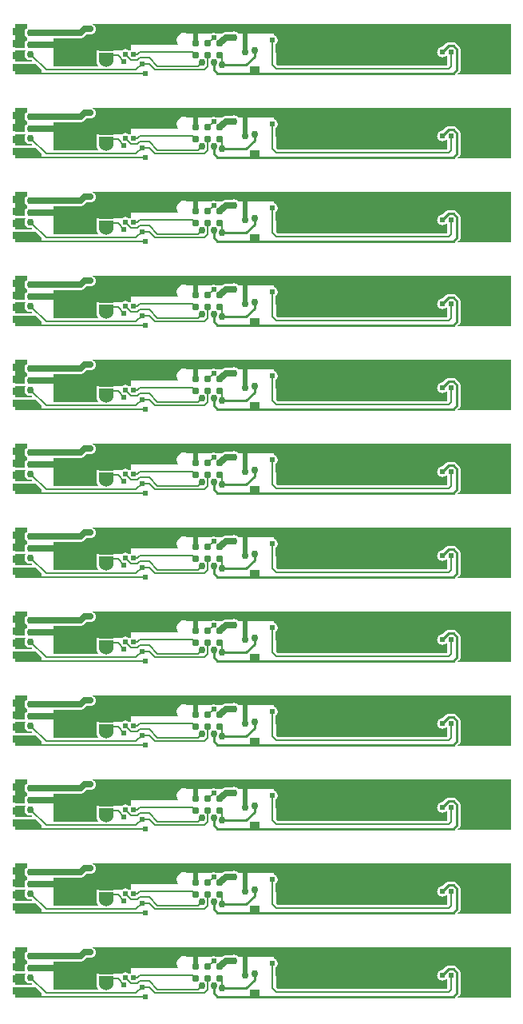
<source format=gbr>
G04 start of page 3 for group 1 idx 1 *
G04 Title: (unknown), bottom *
G04 Creator: pcb 20140316 *
G04 CreationDate: Thu 20 Aug 2020 02:40:25 AM GMT UTC *
G04 For: railfan *
G04 Format: Gerber/RS-274X *
G04 PCB-Dimensions (mil): 2500.00 4300.00 *
G04 PCB-Coordinate-Origin: lower left *
%MOIN*%
%FSLAX25Y25*%
%LNBOTTOM*%
%ADD44C,0.0390*%
%ADD43C,0.0140*%
%ADD42C,0.0120*%
%ADD41C,0.0300*%
%ADD40C,0.0240*%
%ADD39C,0.0310*%
%ADD38R,0.0300X0.0300*%
%ADD37C,0.0600*%
%ADD36R,0.0284X0.0284*%
%ADD35C,0.0250*%
%ADD34C,0.0200*%
%ADD33C,0.0100*%
%ADD32C,0.0080*%
%ADD31C,0.0001*%
G54D31*G36*
X152000Y383000D02*Y371000D01*
X139900D01*
Y374803D01*
X140060Y374940D01*
X140285Y375203D01*
X140466Y375498D01*
X140599Y375818D01*
X140680Y376155D01*
X140700Y376500D01*
X140680Y376845D01*
X140599Y377182D01*
X140466Y377502D01*
X140285Y377797D01*
X140060Y378060D01*
X139797Y378285D01*
X139502Y378466D01*
X139182Y378599D01*
X139000Y378642D01*
Y383000D01*
X152000D01*
G37*
G36*
X140000D02*X238000D01*
Y362000D01*
X215621D01*
X216519Y362898D01*
X216564Y362936D01*
X216717Y363115D01*
X216717Y363116D01*
X216841Y363317D01*
X216931Y363535D01*
X216986Y363765D01*
X217005Y364000D01*
X217000Y364059D01*
Y372441D01*
X217005Y372500D01*
X216986Y372735D01*
X216931Y372965D01*
X216841Y373183D01*
X216717Y373384D01*
X216564Y373564D01*
X216519Y373602D01*
X215102Y375019D01*
X215064Y375064D01*
X214884Y375217D01*
X214683Y375341D01*
X214465Y375431D01*
X214235Y375486D01*
X214000Y375505D01*
X213941Y375500D01*
X212059D01*
X212000Y375505D01*
X211765Y375486D01*
X211535Y375431D01*
X211317Y375341D01*
X211116Y375217D01*
X211115Y375217D01*
X210936Y375064D01*
X210898Y375019D01*
X209579Y373701D01*
X209500Y373707D01*
X209155Y373680D01*
X208818Y373599D01*
X208498Y373466D01*
X208203Y373285D01*
X207940Y373060D01*
X207715Y372797D01*
X207534Y372502D01*
X207401Y372182D01*
X207320Y371845D01*
X207293Y371500D01*
X207320Y371155D01*
X207401Y370818D01*
X207534Y370498D01*
X207715Y370203D01*
X207940Y369940D01*
X208203Y369715D01*
X208498Y369534D01*
X208818Y369401D01*
X209155Y369320D01*
X209500Y369293D01*
X209845Y369320D01*
X210182Y369401D01*
X210502Y369534D01*
X210797Y369715D01*
X211060Y369940D01*
X211250Y370162D01*
X211440Y369940D01*
X211600Y369803D01*
Y366080D01*
X211420Y365900D01*
X140580D01*
X140000Y366480D01*
Y374888D01*
X140060Y374940D01*
X140285Y375203D01*
X140466Y375498D01*
X140599Y375818D01*
X140680Y376155D01*
X140700Y376500D01*
X140680Y376845D01*
X140599Y377182D01*
X140466Y377502D01*
X140285Y377797D01*
X140060Y378060D01*
X140000Y378112D01*
Y383000D01*
G37*
G36*
Y348000D02*X238000D01*
Y327000D01*
X215621D01*
X216519Y327898D01*
X216564Y327936D01*
X216717Y328115D01*
X216717Y328116D01*
X216841Y328317D01*
X216931Y328535D01*
X216986Y328765D01*
X217005Y329000D01*
X217000Y329059D01*
Y337441D01*
X217005Y337500D01*
X216986Y337735D01*
X216931Y337965D01*
X216841Y338183D01*
X216717Y338384D01*
X216564Y338564D01*
X216519Y338602D01*
X215102Y340019D01*
X215064Y340064D01*
X214884Y340217D01*
X214683Y340341D01*
X214465Y340431D01*
X214235Y340486D01*
X214000Y340505D01*
X213941Y340500D01*
X212059D01*
X212000Y340505D01*
X211765Y340486D01*
X211535Y340431D01*
X211317Y340341D01*
X211116Y340217D01*
X211115Y340217D01*
X210936Y340064D01*
X210898Y340019D01*
X209579Y338701D01*
X209500Y338707D01*
X209155Y338680D01*
X208818Y338599D01*
X208498Y338466D01*
X208203Y338285D01*
X207940Y338060D01*
X207715Y337797D01*
X207534Y337502D01*
X207401Y337182D01*
X207320Y336845D01*
X207293Y336500D01*
X207320Y336155D01*
X207401Y335818D01*
X207534Y335498D01*
X207715Y335203D01*
X207940Y334940D01*
X208203Y334715D01*
X208498Y334534D01*
X208818Y334401D01*
X209155Y334320D01*
X209500Y334293D01*
X209845Y334320D01*
X210182Y334401D01*
X210502Y334534D01*
X210797Y334715D01*
X211060Y334940D01*
X211250Y335162D01*
X211440Y334940D01*
X211600Y334803D01*
Y331080D01*
X211420Y330900D01*
X140580D01*
X140000Y331480D01*
Y339888D01*
X140060Y339940D01*
X140285Y340203D01*
X140466Y340498D01*
X140599Y340818D01*
X140680Y341155D01*
X140700Y341500D01*
X140680Y341845D01*
X140599Y342182D01*
X140466Y342502D01*
X140285Y342797D01*
X140060Y343060D01*
X140000Y343112D01*
Y348000D01*
G37*
G36*
Y313000D02*X238000D01*
Y292000D01*
X215621D01*
X216519Y292898D01*
X216564Y292936D01*
X216717Y293115D01*
X216717Y293116D01*
X216841Y293317D01*
X216931Y293535D01*
X216986Y293765D01*
X217005Y294000D01*
X217000Y294059D01*
Y302441D01*
X217005Y302500D01*
X216986Y302735D01*
X216931Y302965D01*
X216841Y303183D01*
X216717Y303384D01*
X216564Y303564D01*
X216519Y303602D01*
X215102Y305019D01*
X215064Y305064D01*
X214884Y305217D01*
X214683Y305341D01*
X214465Y305431D01*
X214235Y305486D01*
X214000Y305505D01*
X213941Y305500D01*
X212059D01*
X212000Y305505D01*
X211765Y305486D01*
X211535Y305431D01*
X211317Y305341D01*
X211116Y305217D01*
X211115Y305217D01*
X210936Y305064D01*
X210898Y305019D01*
X209579Y303701D01*
X209500Y303707D01*
X209155Y303680D01*
X208818Y303599D01*
X208498Y303466D01*
X208203Y303285D01*
X207940Y303060D01*
X207715Y302797D01*
X207534Y302502D01*
X207401Y302182D01*
X207320Y301845D01*
X207293Y301500D01*
X207320Y301155D01*
X207401Y300818D01*
X207534Y300498D01*
X207715Y300203D01*
X207940Y299940D01*
X208203Y299715D01*
X208498Y299534D01*
X208818Y299401D01*
X209155Y299320D01*
X209500Y299293D01*
X209845Y299320D01*
X210182Y299401D01*
X210502Y299534D01*
X210797Y299715D01*
X211060Y299940D01*
X211250Y300162D01*
X211440Y299940D01*
X211600Y299803D01*
Y296080D01*
X211420Y295900D01*
X140580D01*
X140000Y296480D01*
Y304888D01*
X140060Y304940D01*
X140285Y305203D01*
X140466Y305498D01*
X140599Y305818D01*
X140680Y306155D01*
X140700Y306500D01*
X140680Y306845D01*
X140599Y307182D01*
X140466Y307502D01*
X140285Y307797D01*
X140060Y308060D01*
X140000Y308112D01*
Y313000D01*
G37*
G36*
Y278000D02*X238000D01*
Y257000D01*
X215621D01*
X216519Y257898D01*
X216564Y257936D01*
X216717Y258115D01*
X216717Y258116D01*
X216841Y258317D01*
X216931Y258535D01*
X216986Y258765D01*
X217005Y259000D01*
X217000Y259059D01*
Y267441D01*
X217005Y267500D01*
X216986Y267735D01*
X216931Y267965D01*
X216841Y268183D01*
X216717Y268384D01*
X216564Y268564D01*
X216519Y268602D01*
X215102Y270019D01*
X215064Y270064D01*
X214884Y270217D01*
X214683Y270341D01*
X214465Y270431D01*
X214235Y270486D01*
X214000Y270505D01*
X213941Y270500D01*
X212059D01*
X212000Y270505D01*
X211765Y270486D01*
X211535Y270431D01*
X211317Y270341D01*
X211116Y270217D01*
X211115Y270217D01*
X210936Y270064D01*
X210898Y270019D01*
X209579Y268701D01*
X209500Y268707D01*
X209155Y268680D01*
X208818Y268599D01*
X208498Y268466D01*
X208203Y268285D01*
X207940Y268060D01*
X207715Y267797D01*
X207534Y267502D01*
X207401Y267182D01*
X207320Y266845D01*
X207293Y266500D01*
X207320Y266155D01*
X207401Y265818D01*
X207534Y265498D01*
X207715Y265203D01*
X207940Y264940D01*
X208203Y264715D01*
X208498Y264534D01*
X208818Y264401D01*
X209155Y264320D01*
X209500Y264293D01*
X209845Y264320D01*
X210182Y264401D01*
X210502Y264534D01*
X210797Y264715D01*
X211060Y264940D01*
X211250Y265162D01*
X211440Y264940D01*
X211600Y264803D01*
Y261080D01*
X211420Y260900D01*
X140580D01*
X140000Y261480D01*
Y269888D01*
X140060Y269940D01*
X140285Y270203D01*
X140466Y270498D01*
X140599Y270818D01*
X140680Y271155D01*
X140700Y271500D01*
X140680Y271845D01*
X140599Y272182D01*
X140466Y272502D01*
X140285Y272797D01*
X140060Y273060D01*
X140000Y273112D01*
Y278000D01*
G37*
G36*
Y243000D02*X238000D01*
Y222000D01*
X215621D01*
X216519Y222898D01*
X216564Y222936D01*
X216717Y223115D01*
X216717Y223116D01*
X216841Y223317D01*
X216931Y223535D01*
X216986Y223765D01*
X217005Y224000D01*
X217000Y224059D01*
Y232441D01*
X217005Y232500D01*
X216986Y232735D01*
X216931Y232965D01*
X216841Y233183D01*
X216717Y233384D01*
X216564Y233564D01*
X216519Y233602D01*
X215102Y235019D01*
X215064Y235064D01*
X214884Y235217D01*
X214683Y235341D01*
X214465Y235431D01*
X214235Y235486D01*
X214000Y235505D01*
X213941Y235500D01*
X212059D01*
X212000Y235505D01*
X211765Y235486D01*
X211535Y235431D01*
X211317Y235341D01*
X211116Y235217D01*
X211115Y235217D01*
X210936Y235064D01*
X210898Y235019D01*
X209579Y233701D01*
X209500Y233707D01*
X209155Y233680D01*
X208818Y233599D01*
X208498Y233466D01*
X208203Y233285D01*
X207940Y233060D01*
X207715Y232797D01*
X207534Y232502D01*
X207401Y232182D01*
X207320Y231845D01*
X207293Y231500D01*
X207320Y231155D01*
X207401Y230818D01*
X207534Y230498D01*
X207715Y230203D01*
X207940Y229940D01*
X208203Y229715D01*
X208498Y229534D01*
X208818Y229401D01*
X209155Y229320D01*
X209500Y229293D01*
X209845Y229320D01*
X210182Y229401D01*
X210502Y229534D01*
X210797Y229715D01*
X211060Y229940D01*
X211250Y230162D01*
X211440Y229940D01*
X211600Y229803D01*
Y226080D01*
X211420Y225900D01*
X140580D01*
X140000Y226480D01*
Y234888D01*
X140060Y234940D01*
X140285Y235203D01*
X140466Y235498D01*
X140599Y235818D01*
X140680Y236155D01*
X140700Y236500D01*
X140680Y236845D01*
X140599Y237182D01*
X140466Y237502D01*
X140285Y237797D01*
X140060Y238060D01*
X140000Y238112D01*
Y243000D01*
G37*
G36*
Y208000D02*X238000D01*
Y187000D01*
X215621D01*
X216519Y187898D01*
X216564Y187936D01*
X216717Y188115D01*
X216717Y188116D01*
X216841Y188317D01*
X216931Y188535D01*
X216986Y188765D01*
X217005Y189000D01*
X217000Y189059D01*
Y197441D01*
X217005Y197500D01*
X216986Y197735D01*
X216931Y197965D01*
X216841Y198183D01*
X216717Y198384D01*
X216564Y198564D01*
X216519Y198602D01*
X215102Y200019D01*
X215064Y200064D01*
X214884Y200217D01*
X214683Y200341D01*
X214465Y200431D01*
X214235Y200486D01*
X214000Y200505D01*
X213941Y200500D01*
X212059D01*
X212000Y200505D01*
X211765Y200486D01*
X211535Y200431D01*
X211317Y200341D01*
X211116Y200217D01*
X211115Y200217D01*
X210936Y200064D01*
X210898Y200019D01*
X209579Y198701D01*
X209500Y198707D01*
X209155Y198680D01*
X208818Y198599D01*
X208498Y198466D01*
X208203Y198285D01*
X207940Y198060D01*
X207715Y197797D01*
X207534Y197502D01*
X207401Y197182D01*
X207320Y196845D01*
X207293Y196500D01*
X207320Y196155D01*
X207401Y195818D01*
X207534Y195498D01*
X207715Y195203D01*
X207940Y194940D01*
X208203Y194715D01*
X208498Y194534D01*
X208818Y194401D01*
X209155Y194320D01*
X209500Y194293D01*
X209845Y194320D01*
X210182Y194401D01*
X210502Y194534D01*
X210797Y194715D01*
X211060Y194940D01*
X211250Y195162D01*
X211440Y194940D01*
X211600Y194803D01*
Y191080D01*
X211420Y190900D01*
X140580D01*
X140000Y191480D01*
Y199888D01*
X140060Y199940D01*
X140285Y200203D01*
X140466Y200498D01*
X140599Y200818D01*
X140680Y201155D01*
X140700Y201500D01*
X140680Y201845D01*
X140599Y202182D01*
X140466Y202502D01*
X140285Y202797D01*
X140060Y203060D01*
X140000Y203112D01*
Y208000D01*
G37*
G36*
Y173000D02*X238000D01*
Y152000D01*
X215621D01*
X216519Y152898D01*
X216564Y152936D01*
X216717Y153115D01*
X216717Y153116D01*
X216841Y153317D01*
X216931Y153535D01*
X216986Y153765D01*
X217005Y154000D01*
X217000Y154059D01*
Y162441D01*
X217005Y162500D01*
X216986Y162735D01*
X216931Y162965D01*
X216841Y163183D01*
X216717Y163384D01*
X216564Y163564D01*
X216519Y163602D01*
X215102Y165019D01*
X215064Y165064D01*
X214884Y165217D01*
X214683Y165341D01*
X214465Y165431D01*
X214235Y165486D01*
X214000Y165505D01*
X213941Y165500D01*
X212059D01*
X212000Y165505D01*
X211765Y165486D01*
X211535Y165431D01*
X211317Y165341D01*
X211116Y165217D01*
X211115Y165217D01*
X210936Y165064D01*
X210898Y165019D01*
X209579Y163701D01*
X209500Y163707D01*
X209155Y163680D01*
X208818Y163599D01*
X208498Y163466D01*
X208203Y163285D01*
X207940Y163060D01*
X207715Y162797D01*
X207534Y162502D01*
X207401Y162182D01*
X207320Y161845D01*
X207293Y161500D01*
X207320Y161155D01*
X207401Y160818D01*
X207534Y160498D01*
X207715Y160203D01*
X207940Y159940D01*
X208203Y159715D01*
X208498Y159534D01*
X208818Y159401D01*
X209155Y159320D01*
X209500Y159293D01*
X209845Y159320D01*
X210182Y159401D01*
X210502Y159534D01*
X210797Y159715D01*
X211060Y159940D01*
X211250Y160162D01*
X211440Y159940D01*
X211600Y159803D01*
Y156080D01*
X211420Y155900D01*
X140580D01*
X140000Y156480D01*
Y164888D01*
X140060Y164940D01*
X140285Y165203D01*
X140466Y165498D01*
X140599Y165818D01*
X140680Y166155D01*
X140700Y166500D01*
X140680Y166845D01*
X140599Y167182D01*
X140466Y167502D01*
X140285Y167797D01*
X140060Y168060D01*
X140000Y168112D01*
Y173000D01*
G37*
G36*
Y138000D02*X238000D01*
Y117000D01*
X215621D01*
X216519Y117898D01*
X216564Y117936D01*
X216717Y118115D01*
X216717Y118116D01*
X216841Y118317D01*
X216931Y118535D01*
X216986Y118765D01*
X217005Y119000D01*
X217000Y119059D01*
Y127441D01*
X217005Y127500D01*
X216986Y127735D01*
X216931Y127965D01*
X216841Y128183D01*
X216717Y128384D01*
X216564Y128564D01*
X216519Y128602D01*
X215102Y130019D01*
X215064Y130064D01*
X214884Y130217D01*
X214683Y130341D01*
X214465Y130431D01*
X214235Y130486D01*
X214000Y130505D01*
X213941Y130500D01*
X212059D01*
X212000Y130505D01*
X211765Y130486D01*
X211535Y130431D01*
X211317Y130341D01*
X211116Y130217D01*
X211115Y130217D01*
X210936Y130064D01*
X210898Y130019D01*
X209579Y128701D01*
X209500Y128707D01*
X209155Y128680D01*
X208818Y128599D01*
X208498Y128466D01*
X208203Y128285D01*
X207940Y128060D01*
X207715Y127797D01*
X207534Y127502D01*
X207401Y127182D01*
X207320Y126845D01*
X207293Y126500D01*
X207320Y126155D01*
X207401Y125818D01*
X207534Y125498D01*
X207715Y125203D01*
X207940Y124940D01*
X208203Y124715D01*
X208498Y124534D01*
X208818Y124401D01*
X209155Y124320D01*
X209500Y124293D01*
X209845Y124320D01*
X210182Y124401D01*
X210502Y124534D01*
X210797Y124715D01*
X211060Y124940D01*
X211250Y125162D01*
X211440Y124940D01*
X211600Y124803D01*
Y121080D01*
X211420Y120900D01*
X140580D01*
X140000Y121480D01*
Y129888D01*
X140060Y129940D01*
X140285Y130203D01*
X140466Y130498D01*
X140599Y130818D01*
X140680Y131155D01*
X140700Y131500D01*
X140680Y131845D01*
X140599Y132182D01*
X140466Y132502D01*
X140285Y132797D01*
X140060Y133060D01*
X140000Y133112D01*
Y138000D01*
G37*
G36*
Y103000D02*X238000D01*
Y82000D01*
X215621D01*
X216519Y82898D01*
X216564Y82936D01*
X216717Y83115D01*
X216717Y83116D01*
X216841Y83317D01*
X216931Y83535D01*
X216986Y83765D01*
X217005Y84000D01*
X217000Y84059D01*
Y92441D01*
X217005Y92500D01*
X216986Y92735D01*
X216931Y92965D01*
X216841Y93183D01*
X216717Y93384D01*
X216564Y93564D01*
X216519Y93602D01*
X215102Y95019D01*
X215064Y95064D01*
X214884Y95217D01*
X214683Y95341D01*
X214465Y95431D01*
X214235Y95486D01*
X214000Y95505D01*
X213941Y95500D01*
X212059D01*
X212000Y95505D01*
X211765Y95486D01*
X211535Y95431D01*
X211317Y95341D01*
X211116Y95217D01*
X211115Y95217D01*
X210936Y95064D01*
X210898Y95019D01*
X209579Y93701D01*
X209500Y93707D01*
X209155Y93680D01*
X208818Y93599D01*
X208498Y93466D01*
X208203Y93285D01*
X207940Y93060D01*
X207715Y92797D01*
X207534Y92502D01*
X207401Y92182D01*
X207320Y91845D01*
X207293Y91500D01*
X207320Y91155D01*
X207401Y90818D01*
X207534Y90498D01*
X207715Y90203D01*
X207940Y89940D01*
X208203Y89715D01*
X208498Y89534D01*
X208818Y89401D01*
X209155Y89320D01*
X209500Y89293D01*
X209845Y89320D01*
X210182Y89401D01*
X210502Y89534D01*
X210797Y89715D01*
X211060Y89940D01*
X211250Y90162D01*
X211440Y89940D01*
X211600Y89803D01*
Y86080D01*
X211420Y85900D01*
X140580D01*
X140000Y86480D01*
Y94888D01*
X140060Y94940D01*
X140285Y95203D01*
X140466Y95498D01*
X140599Y95818D01*
X140680Y96155D01*
X140700Y96500D01*
X140680Y96845D01*
X140599Y97182D01*
X140466Y97502D01*
X140285Y97797D01*
X140060Y98060D01*
X140000Y98112D01*
Y103000D01*
G37*
G36*
Y68000D02*X238000D01*
Y47000D01*
X215621D01*
X216519Y47898D01*
X216564Y47936D01*
X216717Y48115D01*
X216717Y48116D01*
X216841Y48317D01*
X216931Y48535D01*
X216986Y48765D01*
X217005Y49000D01*
X217000Y49059D01*
Y57441D01*
X217005Y57500D01*
X216986Y57735D01*
X216931Y57965D01*
X216841Y58183D01*
X216717Y58384D01*
X216564Y58564D01*
X216519Y58602D01*
X215102Y60019D01*
X215064Y60064D01*
X214884Y60217D01*
X214683Y60341D01*
X214465Y60431D01*
X214235Y60486D01*
X214000Y60505D01*
X213941Y60500D01*
X212059D01*
X212000Y60505D01*
X211765Y60486D01*
X211535Y60431D01*
X211317Y60341D01*
X211116Y60217D01*
X211115Y60217D01*
X210936Y60064D01*
X210898Y60019D01*
X209579Y58701D01*
X209500Y58707D01*
X209155Y58680D01*
X208818Y58599D01*
X208498Y58466D01*
X208203Y58285D01*
X207940Y58060D01*
X207715Y57797D01*
X207534Y57502D01*
X207401Y57182D01*
X207320Y56845D01*
X207293Y56500D01*
X207320Y56155D01*
X207401Y55818D01*
X207534Y55498D01*
X207715Y55203D01*
X207940Y54940D01*
X208203Y54715D01*
X208498Y54534D01*
X208818Y54401D01*
X209155Y54320D01*
X209500Y54293D01*
X209845Y54320D01*
X210182Y54401D01*
X210502Y54534D01*
X210797Y54715D01*
X211060Y54940D01*
X211250Y55162D01*
X211440Y54940D01*
X211600Y54803D01*
Y51080D01*
X211420Y50900D01*
X140580D01*
X140000Y51480D01*
Y59888D01*
X140060Y59940D01*
X140285Y60203D01*
X140466Y60498D01*
X140599Y60818D01*
X140680Y61155D01*
X140700Y61500D01*
X140680Y61845D01*
X140599Y62182D01*
X140466Y62502D01*
X140285Y62797D01*
X140060Y63060D01*
X140000Y63112D01*
Y68000D01*
G37*
G36*
Y33000D02*X238000D01*
Y12000D01*
X215621D01*
X216519Y12898D01*
X216564Y12936D01*
X216717Y13115D01*
X216717Y13116D01*
X216841Y13317D01*
X216931Y13535D01*
X216986Y13765D01*
X217005Y14000D01*
X217000Y14059D01*
Y22441D01*
X217005Y22500D01*
X216986Y22735D01*
X216931Y22965D01*
X216841Y23183D01*
X216717Y23384D01*
X216564Y23564D01*
X216519Y23602D01*
X215102Y25019D01*
X215064Y25064D01*
X214884Y25217D01*
X214683Y25341D01*
X214465Y25431D01*
X214235Y25486D01*
X214000Y25505D01*
X213941Y25500D01*
X212059D01*
X212000Y25505D01*
X211765Y25486D01*
X211535Y25431D01*
X211317Y25341D01*
X211116Y25217D01*
X211115Y25217D01*
X210936Y25064D01*
X210898Y25019D01*
X209579Y23701D01*
X209500Y23707D01*
X209155Y23680D01*
X208818Y23599D01*
X208498Y23466D01*
X208203Y23285D01*
X207940Y23060D01*
X207715Y22797D01*
X207534Y22502D01*
X207401Y22182D01*
X207320Y21845D01*
X207293Y21500D01*
X207320Y21155D01*
X207401Y20818D01*
X207534Y20498D01*
X207715Y20203D01*
X207940Y19940D01*
X208203Y19715D01*
X208498Y19534D01*
X208818Y19401D01*
X209155Y19320D01*
X209500Y19293D01*
X209845Y19320D01*
X210182Y19401D01*
X210502Y19534D01*
X210797Y19715D01*
X211060Y19940D01*
X211250Y20162D01*
X211440Y19940D01*
X211600Y19803D01*
Y16080D01*
X211420Y15900D01*
X140580D01*
X140000Y16480D01*
Y24888D01*
X140060Y24940D01*
X140285Y25203D01*
X140466Y25498D01*
X140599Y25818D01*
X140680Y26155D01*
X140700Y26500D01*
X140680Y26845D01*
X140599Y27182D01*
X140466Y27502D01*
X140285Y27797D01*
X140060Y28060D01*
X140000Y28112D01*
Y33000D01*
G37*
G36*
X129000Y327000D02*Y330379D01*
X129121Y330500D01*
X133000D01*
Y327000D01*
X129000D01*
G37*
G36*
X152000Y348000D02*Y336000D01*
X139900D01*
Y339803D01*
X140060Y339940D01*
X140285Y340203D01*
X140466Y340498D01*
X140599Y340818D01*
X140680Y341155D01*
X140700Y341500D01*
X140680Y341845D01*
X140599Y342182D01*
X140466Y342502D01*
X140285Y342797D01*
X140060Y343060D01*
X139797Y343285D01*
X139502Y343466D01*
X139182Y343599D01*
X139000Y343642D01*
Y348000D01*
X152000D01*
G37*
G36*
X98000D02*X152000D01*
Y344000D01*
X124507D01*
X124273Y344273D01*
X123974Y344529D01*
X123638Y344734D01*
X123275Y344885D01*
X122892Y344977D01*
X122500Y345008D01*
X122108Y344977D01*
X121725Y344885D01*
X121399Y344750D01*
X119088D01*
X119000Y344757D01*
X118647Y344729D01*
X118303Y344646D01*
X117975Y344511D01*
X117673Y344326D01*
X117673Y344326D01*
X117404Y344096D01*
X117347Y344029D01*
X117318Y344000D01*
X115323D01*
X115179Y344123D01*
X114911Y344288D01*
X114620Y344408D01*
X114314Y344481D01*
X114000Y344506D01*
X113686Y344481D01*
X113380Y344408D01*
X113089Y344288D01*
X112821Y344123D01*
X112677Y344000D01*
X103066D01*
X102843Y344137D01*
X102414Y344314D01*
X101963Y344423D01*
X101500Y344459D01*
X101037Y344423D01*
X100586Y344314D01*
X100157Y344137D01*
X99934Y344000D01*
X98000D01*
Y348000D01*
G37*
G36*
X129000Y292000D02*Y295379D01*
X129121Y295500D01*
X133000D01*
Y292000D01*
X129000D01*
G37*
G36*
X152000Y313000D02*Y301000D01*
X139900D01*
Y304803D01*
X140060Y304940D01*
X140285Y305203D01*
X140466Y305498D01*
X140599Y305818D01*
X140680Y306155D01*
X140700Y306500D01*
X140680Y306845D01*
X140599Y307182D01*
X140466Y307502D01*
X140285Y307797D01*
X140060Y308060D01*
X139797Y308285D01*
X139502Y308466D01*
X139182Y308599D01*
X139000Y308642D01*
Y313000D01*
X152000D01*
G37*
G36*
X98000D02*X152000D01*
Y309000D01*
X124507D01*
X124273Y309273D01*
X123974Y309529D01*
X123638Y309734D01*
X123275Y309885D01*
X122892Y309977D01*
X122500Y310008D01*
X122108Y309977D01*
X121725Y309885D01*
X121399Y309750D01*
X119088D01*
X119000Y309757D01*
X118647Y309729D01*
X118303Y309646D01*
X117975Y309511D01*
X117673Y309326D01*
X117673Y309326D01*
X117404Y309096D01*
X117347Y309029D01*
X117318Y309000D01*
X115323D01*
X115179Y309123D01*
X114911Y309288D01*
X114620Y309408D01*
X114314Y309481D01*
X114000Y309506D01*
X113686Y309481D01*
X113380Y309408D01*
X113089Y309288D01*
X112821Y309123D01*
X112677Y309000D01*
X103066D01*
X102843Y309137D01*
X102414Y309314D01*
X101963Y309423D01*
X101500Y309459D01*
X101037Y309423D01*
X100586Y309314D01*
X100157Y309137D01*
X99934Y309000D01*
X98000D01*
Y313000D01*
G37*
G36*
X152000Y278000D02*Y266000D01*
X139900D01*
Y269803D01*
X140060Y269940D01*
X140285Y270203D01*
X140466Y270498D01*
X140599Y270818D01*
X140680Y271155D01*
X140700Y271500D01*
X140680Y271845D01*
X140599Y272182D01*
X140466Y272502D01*
X140285Y272797D01*
X140060Y273060D01*
X139797Y273285D01*
X139502Y273466D01*
X139182Y273599D01*
X139000Y273642D01*
Y278000D01*
X152000D01*
G37*
G36*
X98000D02*X152000D01*
Y274000D01*
X124507D01*
X124273Y274273D01*
X123974Y274529D01*
X123638Y274734D01*
X123275Y274885D01*
X122892Y274977D01*
X122500Y275008D01*
X122108Y274977D01*
X121725Y274885D01*
X121399Y274750D01*
X119088D01*
X119000Y274757D01*
X118647Y274729D01*
X118303Y274646D01*
X117975Y274511D01*
X117673Y274326D01*
X117673Y274326D01*
X117404Y274096D01*
X117347Y274029D01*
X117318Y274000D01*
X115323D01*
X115179Y274123D01*
X114911Y274288D01*
X114620Y274408D01*
X114314Y274481D01*
X114000Y274506D01*
X113686Y274481D01*
X113380Y274408D01*
X113089Y274288D01*
X112821Y274123D01*
X112677Y274000D01*
X103066D01*
X102843Y274137D01*
X102414Y274314D01*
X101963Y274423D01*
X101500Y274459D01*
X101037Y274423D01*
X100586Y274314D01*
X100157Y274137D01*
X99934Y274000D01*
X98000D01*
Y278000D01*
G37*
G36*
Y173000D02*X152000D01*
Y169000D01*
X124507D01*
X124273Y169273D01*
X123974Y169529D01*
X123638Y169734D01*
X123275Y169885D01*
X122892Y169977D01*
X122500Y170008D01*
X122108Y169977D01*
X121725Y169885D01*
X121399Y169750D01*
X119088D01*
X119000Y169757D01*
X118647Y169729D01*
X118303Y169646D01*
X117975Y169511D01*
X117673Y169326D01*
X117673Y169326D01*
X117404Y169096D01*
X117347Y169029D01*
X117318Y169000D01*
X115323D01*
X115179Y169123D01*
X114911Y169288D01*
X114620Y169408D01*
X114314Y169481D01*
X114000Y169506D01*
X113686Y169481D01*
X113380Y169408D01*
X113089Y169288D01*
X112821Y169123D01*
X112677Y169000D01*
X103066D01*
X102843Y169137D01*
X102414Y169314D01*
X101963Y169423D01*
X101500Y169459D01*
X101037Y169423D01*
X100586Y169314D01*
X100157Y169137D01*
X99934Y169000D01*
X98000D01*
Y173000D01*
G37*
G36*
Y138000D02*X152000D01*
Y134000D01*
X124507D01*
X124273Y134273D01*
X123974Y134529D01*
X123638Y134734D01*
X123275Y134885D01*
X122892Y134977D01*
X122500Y135008D01*
X122108Y134977D01*
X121725Y134885D01*
X121399Y134750D01*
X119088D01*
X119000Y134757D01*
X118647Y134729D01*
X118303Y134646D01*
X117975Y134511D01*
X117673Y134326D01*
X117673Y134326D01*
X117404Y134096D01*
X117347Y134029D01*
X117318Y134000D01*
X115323D01*
X115179Y134123D01*
X114911Y134288D01*
X114620Y134408D01*
X114314Y134481D01*
X114000Y134506D01*
X113686Y134481D01*
X113380Y134408D01*
X113089Y134288D01*
X112821Y134123D01*
X112677Y134000D01*
X103066D01*
X102843Y134137D01*
X102414Y134314D01*
X101963Y134423D01*
X101500Y134459D01*
X101037Y134423D01*
X100586Y134314D01*
X100157Y134137D01*
X99934Y134000D01*
X98000D01*
Y138000D01*
G37*
G36*
Y103000D02*X152000D01*
Y99000D01*
X124507D01*
X124273Y99273D01*
X123974Y99529D01*
X123638Y99734D01*
X123275Y99885D01*
X122892Y99977D01*
X122500Y100008D01*
X122108Y99977D01*
X121725Y99885D01*
X121399Y99750D01*
X119088D01*
X119000Y99757D01*
X118647Y99729D01*
X118303Y99646D01*
X117975Y99511D01*
X117673Y99326D01*
X117673Y99326D01*
X117404Y99096D01*
X117347Y99029D01*
X117318Y99000D01*
X115323D01*
X115179Y99123D01*
X114911Y99288D01*
X114620Y99408D01*
X114314Y99481D01*
X114000Y99506D01*
X113686Y99481D01*
X113380Y99408D01*
X113089Y99288D01*
X112821Y99123D01*
X112677Y99000D01*
X103066D01*
X102843Y99137D01*
X102414Y99314D01*
X101963Y99423D01*
X101500Y99459D01*
X101037Y99423D01*
X100586Y99314D01*
X100157Y99137D01*
X99934Y99000D01*
X98000D01*
Y103000D01*
G37*
G36*
Y68000D02*X152000D01*
Y64000D01*
X124507D01*
X124273Y64273D01*
X123974Y64529D01*
X123638Y64734D01*
X123275Y64885D01*
X122892Y64977D01*
X122500Y65008D01*
X122108Y64977D01*
X121725Y64885D01*
X121399Y64750D01*
X119088D01*
X119000Y64757D01*
X118647Y64729D01*
X118303Y64646D01*
X117975Y64511D01*
X117673Y64326D01*
X117673Y64326D01*
X117404Y64096D01*
X117347Y64029D01*
X117318Y64000D01*
X115323D01*
X115179Y64123D01*
X114911Y64288D01*
X114620Y64408D01*
X114314Y64481D01*
X114000Y64506D01*
X113686Y64481D01*
X113380Y64408D01*
X113089Y64288D01*
X112821Y64123D01*
X112677Y64000D01*
X103066D01*
X102843Y64137D01*
X102414Y64314D01*
X101963Y64423D01*
X101500Y64459D01*
X101037Y64423D01*
X100586Y64314D01*
X100157Y64137D01*
X99934Y64000D01*
X98000D01*
Y68000D01*
G37*
G36*
Y33000D02*X152000D01*
Y29000D01*
X124507D01*
X124273Y29273D01*
X123974Y29529D01*
X123638Y29734D01*
X123275Y29885D01*
X122892Y29977D01*
X122500Y30008D01*
X122108Y29977D01*
X121725Y29885D01*
X121399Y29750D01*
X119088D01*
X119000Y29757D01*
X118647Y29729D01*
X118303Y29646D01*
X117975Y29511D01*
X117673Y29326D01*
X117673Y29326D01*
X117404Y29096D01*
X117347Y29029D01*
X117318Y29000D01*
X115323D01*
X115179Y29123D01*
X114911Y29288D01*
X114620Y29408D01*
X114314Y29481D01*
X114000Y29506D01*
X113686Y29481D01*
X113380Y29408D01*
X113089Y29288D01*
X112821Y29123D01*
X112677Y29000D01*
X103066D01*
X102843Y29137D01*
X102414Y29314D01*
X101963Y29423D01*
X101500Y29459D01*
X101037Y29423D01*
X100586Y29314D01*
X100157Y29137D01*
X99934Y29000D01*
X98000D01*
Y33000D01*
G37*
G36*
X31000Y407000D02*X35493D01*
X35471Y406974D01*
X35266Y406638D01*
X35115Y406275D01*
X35023Y405892D01*
X34992Y405500D01*
X35023Y405108D01*
X35115Y404725D01*
X35266Y404362D01*
X35471Y404026D01*
X35727Y403727D01*
X36026Y403471D01*
X36362Y403266D01*
X36725Y403115D01*
X37108Y403023D01*
X37500Y402992D01*
X37892Y403023D01*
X37977Y403043D01*
X38000Y403020D01*
Y402500D01*
X31000D01*
Y407000D01*
G37*
G36*
Y408000D02*Y418000D01*
X36000D01*
Y416507D01*
X35727Y416273D01*
X35471Y415974D01*
X35266Y415638D01*
X35115Y415275D01*
X35023Y414892D01*
X34992Y414500D01*
X35023Y414108D01*
X35115Y413725D01*
X35266Y413362D01*
X35471Y413026D01*
X35727Y412727D01*
X36000Y412493D01*
Y411507D01*
X35727Y411273D01*
X35471Y410974D01*
X35266Y410638D01*
X35115Y410275D01*
X35023Y409892D01*
X34992Y409500D01*
X35023Y409108D01*
X35115Y408725D01*
X35266Y408362D01*
X35471Y408026D01*
X35493Y408000D01*
X31000D01*
G37*
G36*
Y401500D02*X39520D01*
X42000Y399020D01*
Y397000D01*
X31000D01*
Y401500D01*
G37*
G36*
X47000Y409000D02*X65003D01*
X65009Y406743D01*
X65046Y406590D01*
X65083Y406500D01*
X65046Y406410D01*
X65009Y406257D01*
X65000Y406100D01*
X65008Y403359D01*
X64988Y403100D01*
X65037Y402472D01*
X65184Y401860D01*
X65425Y401278D01*
X65754Y400742D01*
X66046Y400400D01*
X47000D01*
Y409000D01*
G37*
G36*
X51000Y406000D02*Y412250D01*
X58412D01*
X58500Y412243D01*
X58853Y412271D01*
X58853Y412271D01*
X59197Y412354D01*
X59525Y412489D01*
X59827Y412674D01*
X60096Y412904D01*
X60153Y412971D01*
X60932Y413750D01*
X62500D01*
X62853Y413771D01*
X63197Y413854D01*
X63525Y413989D01*
X63827Y414174D01*
X64096Y414404D01*
X64326Y414673D01*
X64511Y414975D01*
X64646Y415303D01*
X64729Y415647D01*
X64757Y416000D01*
X64729Y416353D01*
X64646Y416697D01*
X64511Y417025D01*
X64326Y417327D01*
X64096Y417596D01*
X63827Y417826D01*
X63543Y418000D01*
X69000D01*
Y413912D01*
X68372Y413863D01*
X67760Y413716D01*
X67178Y413475D01*
X66642Y413146D01*
X66163Y412737D01*
X65754Y412258D01*
X65425Y411722D01*
X65184Y411140D01*
X65037Y410528D01*
X64988Y409900D01*
X65000Y409737D01*
X65009Y406743D01*
X65046Y406590D01*
X65083Y406500D01*
X65046Y406410D01*
X65009Y406257D01*
X65000Y406100D01*
X65000Y406000D01*
X51000D01*
G37*
G36*
X53500Y412250D02*Y405500D01*
X47000D01*
Y412250D01*
X53500D01*
G37*
G36*
X73500Y418000D02*Y413000D01*
X71529D01*
X71358Y413146D01*
X70822Y413475D01*
X70240Y413716D01*
X69628Y413863D01*
X69000Y413912D01*
X68372Y413863D01*
X67760Y413716D01*
X67178Y413475D01*
X66642Y413146D01*
X66471Y413000D01*
X65500D01*
Y418000D01*
X73500D01*
G37*
G36*
X79500Y414500D02*Y407467D01*
X79498Y407466D01*
X79203Y407285D01*
X78940Y407060D01*
X78888Y407000D01*
X78612D01*
X78560Y407060D01*
X78297Y407285D01*
X78002Y407466D01*
X77682Y407599D01*
X77345Y407680D01*
X77000Y407707D01*
X76655Y407680D01*
X76318Y407599D01*
X75998Y407466D01*
X75703Y407285D01*
X75440Y407060D01*
X75388Y407000D01*
X73000D01*
X72992Y409758D01*
X73000Y409900D01*
X72991Y410057D01*
Y410057D01*
X72991Y410057D01*
X72963Y410528D01*
X72816Y411140D01*
X72575Y411722D01*
X72246Y412258D01*
X71837Y412737D01*
X71358Y413146D01*
X70822Y413475D01*
X70240Y413716D01*
X69628Y413863D01*
X69000Y413912D01*
X68372Y413863D01*
X67760Y413716D01*
X67178Y413475D01*
X66642Y413146D01*
X66163Y412737D01*
X65754Y412258D01*
X65425Y411722D01*
X65184Y411140D01*
X65037Y410528D01*
X64988Y409900D01*
X65000Y409737D01*
X65009Y407000D01*
X63000D01*
Y413806D01*
X63197Y413854D01*
X63525Y413989D01*
X63827Y414174D01*
X64096Y414404D01*
X64178Y414500D01*
X79500D01*
G37*
G36*
X73500Y407000D02*X64500D01*
Y414500D01*
X73500D01*
Y407000D01*
G37*
G36*
X71000Y418000D02*X101500D01*
Y414459D01*
X101037Y414423D01*
X100586Y414314D01*
X100157Y414137D01*
X99761Y413894D01*
X99408Y413592D01*
X99106Y413239D01*
X98863Y412843D01*
X98686Y412414D01*
X98577Y411963D01*
X98541Y411500D01*
X98577Y411037D01*
X98686Y410586D01*
X98863Y410157D01*
X99106Y409761D01*
X99329Y409500D01*
X72992D01*
X72992Y409758D01*
X73000Y409900D01*
X72991Y410057D01*
Y410057D01*
X72991Y410057D01*
X72963Y410528D01*
X72816Y411140D01*
X72575Y411722D01*
X72246Y412258D01*
X71837Y412737D01*
X71358Y413146D01*
X71000Y413366D01*
Y418000D01*
G37*
G36*
X31000Y373000D02*Y383000D01*
X36000D01*
Y381507D01*
X35727Y381273D01*
X35471Y380974D01*
X35266Y380638D01*
X35115Y380275D01*
X35023Y379892D01*
X34992Y379500D01*
X35023Y379108D01*
X35115Y378725D01*
X35266Y378362D01*
X35471Y378026D01*
X35727Y377727D01*
X36000Y377493D01*
Y376507D01*
X35727Y376273D01*
X35471Y375974D01*
X35266Y375638D01*
X35115Y375275D01*
X35023Y374892D01*
X34992Y374500D01*
X35023Y374108D01*
X35115Y373725D01*
X35266Y373362D01*
X35471Y373026D01*
X35493Y373000D01*
X31000D01*
G37*
G36*
X98000Y383000D02*X152000D01*
Y379000D01*
X124507D01*
X124273Y379273D01*
X123974Y379529D01*
X123638Y379734D01*
X123275Y379885D01*
X122892Y379977D01*
X122500Y380008D01*
X122108Y379977D01*
X121725Y379885D01*
X121399Y379750D01*
X119088D01*
X119000Y379757D01*
X118647Y379729D01*
X118303Y379646D01*
X117975Y379511D01*
X117673Y379326D01*
X117673Y379326D01*
X117404Y379096D01*
X117347Y379029D01*
X117318Y379000D01*
X115323D01*
X115179Y379123D01*
X114911Y379288D01*
X114620Y379408D01*
X114314Y379481D01*
X114000Y379506D01*
X113686Y379481D01*
X113380Y379408D01*
X113089Y379288D01*
X112821Y379123D01*
X112677Y379000D01*
X103066D01*
X102843Y379137D01*
X102414Y379314D01*
X101963Y379423D01*
X101500Y379459D01*
X101037Y379423D01*
X100586Y379314D01*
X100157Y379137D01*
X99934Y379000D01*
X98000D01*
Y383000D01*
G37*
G36*
X73500D02*Y378000D01*
X71529D01*
X71358Y378146D01*
X70822Y378475D01*
X70240Y378716D01*
X69628Y378863D01*
X69000Y378912D01*
X68372Y378863D01*
X67760Y378716D01*
X67178Y378475D01*
X66642Y378146D01*
X66471Y378000D01*
X65500D01*
Y383000D01*
X73500D01*
G37*
G36*
X71000D02*X101500D01*
Y379459D01*
X101037Y379423D01*
X100586Y379314D01*
X100157Y379137D01*
X99761Y378894D01*
X99408Y378592D01*
X99106Y378239D01*
X98863Y377843D01*
X98686Y377414D01*
X98577Y376963D01*
X98541Y376500D01*
X98577Y376037D01*
X98686Y375586D01*
X98863Y375157D01*
X99106Y374761D01*
X99329Y374500D01*
X72992D01*
X72992Y374758D01*
X73000Y374900D01*
X72991Y375057D01*
Y375057D01*
X72991Y375057D01*
X72963Y375528D01*
X72816Y376140D01*
X72575Y376722D01*
X72246Y377258D01*
X71837Y377737D01*
X71358Y378146D01*
X71000Y378366D01*
Y383000D01*
G37*
G36*
X79500Y379500D02*Y372467D01*
X79498Y372466D01*
X79203Y372285D01*
X78940Y372060D01*
X78888Y372000D01*
X78612D01*
X78560Y372060D01*
X78297Y372285D01*
X78002Y372466D01*
X77682Y372599D01*
X77345Y372680D01*
X77000Y372707D01*
X76655Y372680D01*
X76318Y372599D01*
X75998Y372466D01*
X75703Y372285D01*
X75440Y372060D01*
X75388Y372000D01*
X73000D01*
X72992Y374758D01*
X73000Y374900D01*
X72991Y375057D01*
Y375057D01*
X72991Y375057D01*
X72963Y375528D01*
X72816Y376140D01*
X72575Y376722D01*
X72246Y377258D01*
X71837Y377737D01*
X71358Y378146D01*
X70822Y378475D01*
X70240Y378716D01*
X69628Y378863D01*
X69000Y378912D01*
X68372Y378863D01*
X67760Y378716D01*
X67178Y378475D01*
X66642Y378146D01*
X66163Y377737D01*
X65754Y377258D01*
X65425Y376722D01*
X65184Y376140D01*
X65037Y375528D01*
X64988Y374900D01*
X65000Y374737D01*
X65009Y372000D01*
X63000D01*
Y378806D01*
X63197Y378854D01*
X63525Y378989D01*
X63827Y379174D01*
X64096Y379404D01*
X64178Y379500D01*
X79500D01*
G37*
G36*
X73500Y372000D02*X64500D01*
Y379500D01*
X73500D01*
Y372000D01*
G37*
G36*
X129000Y397000D02*Y400379D01*
X129121Y400500D01*
X133000D01*
Y397000D01*
X129000D01*
G37*
G36*
X152000Y418000D02*Y406000D01*
X139900D01*
Y409803D01*
X140060Y409940D01*
X140285Y410203D01*
X140466Y410498D01*
X140599Y410818D01*
X140680Y411155D01*
X140700Y411500D01*
X140680Y411845D01*
X140599Y412182D01*
X140466Y412502D01*
X140285Y412797D01*
X140060Y413060D01*
X139797Y413285D01*
X139502Y413466D01*
X139182Y413599D01*
X139000Y413642D01*
Y418000D01*
X152000D01*
G37*
G36*
X140000D02*X238000D01*
Y397000D01*
X215621D01*
X216519Y397898D01*
X216564Y397936D01*
X216717Y398115D01*
X216717Y398116D01*
X216841Y398317D01*
X216931Y398535D01*
X216986Y398765D01*
X217005Y399000D01*
X217000Y399059D01*
Y407441D01*
X217005Y407500D01*
X216986Y407735D01*
X216931Y407965D01*
X216841Y408183D01*
X216717Y408384D01*
X216564Y408564D01*
X216519Y408602D01*
X215102Y410019D01*
X215064Y410064D01*
X214884Y410217D01*
X214683Y410341D01*
X214465Y410431D01*
X214235Y410486D01*
X214000Y410505D01*
X213941Y410500D01*
X212059D01*
X212000Y410505D01*
X211765Y410486D01*
X211535Y410431D01*
X211317Y410341D01*
X211116Y410217D01*
X211115Y410217D01*
X210936Y410064D01*
X210898Y410019D01*
X209579Y408701D01*
X209500Y408707D01*
X209155Y408680D01*
X208818Y408599D01*
X208498Y408466D01*
X208203Y408285D01*
X207940Y408060D01*
X207715Y407797D01*
X207534Y407502D01*
X207401Y407182D01*
X207320Y406845D01*
X207293Y406500D01*
X207320Y406155D01*
X207401Y405818D01*
X207534Y405498D01*
X207715Y405203D01*
X207940Y404940D01*
X208203Y404715D01*
X208498Y404534D01*
X208818Y404401D01*
X209155Y404320D01*
X209500Y404293D01*
X209845Y404320D01*
X210182Y404401D01*
X210502Y404534D01*
X210797Y404715D01*
X211060Y404940D01*
X211250Y405162D01*
X211440Y404940D01*
X211600Y404803D01*
Y401080D01*
X211420Y400900D01*
X140580D01*
X140000Y401480D01*
Y409888D01*
X140060Y409940D01*
X140285Y410203D01*
X140466Y410498D01*
X140599Y410818D01*
X140680Y411155D01*
X140700Y411500D01*
X140680Y411845D01*
X140599Y412182D01*
X140466Y412502D01*
X140285Y412797D01*
X140060Y413060D01*
X140000Y413112D01*
Y418000D01*
G37*
G36*
X98000D02*X152000D01*
Y414000D01*
X124507D01*
X124273Y414273D01*
X123974Y414529D01*
X123638Y414734D01*
X123275Y414885D01*
X122892Y414977D01*
X122500Y415008D01*
X122108Y414977D01*
X121725Y414885D01*
X121399Y414750D01*
X119088D01*
X119000Y414757D01*
X118647Y414729D01*
X118303Y414646D01*
X117975Y414511D01*
X117673Y414326D01*
X117673Y414326D01*
X117404Y414096D01*
X117347Y414029D01*
X117318Y414000D01*
X115323D01*
X115179Y414123D01*
X114911Y414288D01*
X114620Y414408D01*
X114314Y414481D01*
X114000Y414506D01*
X113686Y414481D01*
X113380Y414408D01*
X113089Y414288D01*
X112821Y414123D01*
X112677Y414000D01*
X103066D01*
X102843Y414137D01*
X102414Y414314D01*
X101963Y414423D01*
X101500Y414459D01*
X101037Y414423D01*
X100586Y414314D01*
X100157Y414137D01*
X99934Y414000D01*
X98000D01*
Y418000D01*
G37*
G36*
X31000Y372000D02*X35493D01*
X35471Y371974D01*
X35266Y371638D01*
X35115Y371275D01*
X35023Y370892D01*
X34992Y370500D01*
X35023Y370108D01*
X35115Y369725D01*
X35266Y369362D01*
X35471Y369026D01*
X35727Y368727D01*
X36026Y368471D01*
X36362Y368266D01*
X36725Y368115D01*
X37108Y368023D01*
X37500Y367992D01*
X37892Y368023D01*
X37977Y368043D01*
X38000Y368020D01*
Y367500D01*
X31000D01*
Y372000D01*
G37*
G36*
X47000Y374000D02*X65003D01*
X65009Y371743D01*
X65046Y371590D01*
X65083Y371500D01*
X65046Y371410D01*
X65009Y371257D01*
X65000Y371100D01*
X65008Y368359D01*
X64988Y368100D01*
X65037Y367472D01*
X65184Y366860D01*
X65425Y366278D01*
X65754Y365742D01*
X66046Y365400D01*
X47000D01*
Y374000D01*
G37*
G36*
X51000Y371000D02*Y377250D01*
X58412D01*
X58500Y377243D01*
X58853Y377271D01*
X58853Y377271D01*
X59197Y377354D01*
X59525Y377489D01*
X59827Y377674D01*
X60096Y377904D01*
X60153Y377971D01*
X60932Y378750D01*
X62500D01*
X62853Y378771D01*
X63197Y378854D01*
X63525Y378989D01*
X63827Y379174D01*
X64096Y379404D01*
X64326Y379673D01*
X64511Y379975D01*
X64646Y380303D01*
X64729Y380647D01*
X64757Y381000D01*
X64729Y381353D01*
X64646Y381697D01*
X64511Y382025D01*
X64326Y382327D01*
X64096Y382596D01*
X63827Y382826D01*
X63543Y383000D01*
X69000D01*
Y378912D01*
X68372Y378863D01*
X67760Y378716D01*
X67178Y378475D01*
X66642Y378146D01*
X66163Y377737D01*
X65754Y377258D01*
X65425Y376722D01*
X65184Y376140D01*
X65037Y375528D01*
X64988Y374900D01*
X65000Y374737D01*
X65009Y371743D01*
X65046Y371590D01*
X65083Y371500D01*
X65046Y371410D01*
X65009Y371257D01*
X65000Y371100D01*
X65000Y371000D01*
X51000D01*
G37*
G36*
X53500Y377250D02*Y370500D01*
X47000D01*
Y377250D01*
X53500D01*
G37*
G36*
X31000Y366500D02*X39520D01*
X42000Y364020D01*
Y362000D01*
X31000D01*
Y366500D01*
G37*
G36*
X129000Y362000D02*Y365379D01*
X129121Y365500D01*
X133000D01*
Y362000D01*
X129000D01*
G37*
G36*
X47000Y339000D02*X65003D01*
X65009Y336743D01*
X65046Y336590D01*
X65083Y336500D01*
X65046Y336410D01*
X65009Y336257D01*
X65000Y336100D01*
X65008Y333359D01*
X64988Y333100D01*
X65037Y332472D01*
X65184Y331860D01*
X65425Y331278D01*
X65754Y330742D01*
X66046Y330400D01*
X47000D01*
Y339000D01*
G37*
G36*
X51000Y336000D02*Y342250D01*
X58412D01*
X58500Y342243D01*
X58853Y342271D01*
X58853Y342271D01*
X59197Y342354D01*
X59525Y342489D01*
X59827Y342674D01*
X60096Y342904D01*
X60153Y342971D01*
X60932Y343750D01*
X62500D01*
X62853Y343771D01*
X63197Y343854D01*
X63525Y343989D01*
X63827Y344174D01*
X64096Y344404D01*
X64326Y344673D01*
X64511Y344975D01*
X64646Y345303D01*
X64729Y345647D01*
X64757Y346000D01*
X64729Y346353D01*
X64646Y346697D01*
X64511Y347025D01*
X64326Y347327D01*
X64096Y347596D01*
X63827Y347826D01*
X63543Y348000D01*
X69000D01*
Y343912D01*
X68372Y343863D01*
X67760Y343716D01*
X67178Y343475D01*
X66642Y343146D01*
X66163Y342737D01*
X65754Y342258D01*
X65425Y341722D01*
X65184Y341140D01*
X65037Y340528D01*
X64988Y339900D01*
X65000Y339737D01*
X65009Y336743D01*
X65046Y336590D01*
X65083Y336500D01*
X65046Y336410D01*
X65009Y336257D01*
X65000Y336100D01*
X65000Y336000D01*
X51000D01*
G37*
G36*
X73500Y348000D02*Y343000D01*
X71529D01*
X71358Y343146D01*
X70822Y343475D01*
X70240Y343716D01*
X69628Y343863D01*
X69000Y343912D01*
X68372Y343863D01*
X67760Y343716D01*
X67178Y343475D01*
X66642Y343146D01*
X66471Y343000D01*
X65500D01*
Y348000D01*
X73500D01*
G37*
G36*
X53500Y342250D02*Y335500D01*
X47000D01*
Y342250D01*
X53500D01*
G37*
G36*
X71000Y348000D02*X101500D01*
Y344459D01*
X101037Y344423D01*
X100586Y344314D01*
X100157Y344137D01*
X99761Y343894D01*
X99408Y343592D01*
X99106Y343239D01*
X98863Y342843D01*
X98686Y342414D01*
X98577Y341963D01*
X98541Y341500D01*
X98577Y341037D01*
X98686Y340586D01*
X98863Y340157D01*
X99106Y339761D01*
X99329Y339500D01*
X72992D01*
X72992Y339758D01*
X73000Y339900D01*
X72991Y340057D01*
Y340057D01*
X72991Y340057D01*
X72963Y340528D01*
X72816Y341140D01*
X72575Y341722D01*
X72246Y342258D01*
X71837Y342737D01*
X71358Y343146D01*
X71000Y343366D01*
Y348000D01*
G37*
G36*
X79500Y344500D02*Y337467D01*
X79498Y337466D01*
X79203Y337285D01*
X78940Y337060D01*
X78888Y337000D01*
X78612D01*
X78560Y337060D01*
X78297Y337285D01*
X78002Y337466D01*
X77682Y337599D01*
X77345Y337680D01*
X77000Y337707D01*
X76655Y337680D01*
X76318Y337599D01*
X75998Y337466D01*
X75703Y337285D01*
X75440Y337060D01*
X75388Y337000D01*
X73000D01*
X72992Y339758D01*
X73000Y339900D01*
X72991Y340057D01*
Y340057D01*
X72991Y340057D01*
X72963Y340528D01*
X72816Y341140D01*
X72575Y341722D01*
X72246Y342258D01*
X71837Y342737D01*
X71358Y343146D01*
X70822Y343475D01*
X70240Y343716D01*
X69628Y343863D01*
X69000Y343912D01*
X68372Y343863D01*
X67760Y343716D01*
X67178Y343475D01*
X66642Y343146D01*
X66163Y342737D01*
X65754Y342258D01*
X65425Y341722D01*
X65184Y341140D01*
X65037Y340528D01*
X64988Y339900D01*
X65000Y339737D01*
X65009Y337000D01*
X63000D01*
Y343806D01*
X63197Y343854D01*
X63525Y343989D01*
X63827Y344174D01*
X64096Y344404D01*
X64178Y344500D01*
X79500D01*
G37*
G36*
X73500Y337000D02*X64500D01*
Y344500D01*
X73500D01*
Y337000D01*
G37*
G36*
X31000D02*X35493D01*
X35471Y336974D01*
X35266Y336638D01*
X35115Y336275D01*
X35023Y335892D01*
X34992Y335500D01*
X35023Y335108D01*
X35115Y334725D01*
X35266Y334362D01*
X35471Y334026D01*
X35727Y333727D01*
X36026Y333471D01*
X36362Y333266D01*
X36725Y333115D01*
X37108Y333023D01*
X37500Y332992D01*
X37892Y333023D01*
X37977Y333043D01*
X38000Y333020D01*
Y332500D01*
X31000D01*
Y337000D01*
G37*
G36*
Y338000D02*Y348000D01*
X36000D01*
Y346507D01*
X35727Y346273D01*
X35471Y345974D01*
X35266Y345638D01*
X35115Y345275D01*
X35023Y344892D01*
X34992Y344500D01*
X35023Y344108D01*
X35115Y343725D01*
X35266Y343362D01*
X35471Y343026D01*
X35727Y342727D01*
X36000Y342493D01*
Y341507D01*
X35727Y341273D01*
X35471Y340974D01*
X35266Y340638D01*
X35115Y340275D01*
X35023Y339892D01*
X34992Y339500D01*
X35023Y339108D01*
X35115Y338725D01*
X35266Y338362D01*
X35471Y338026D01*
X35493Y338000D01*
X31000D01*
G37*
G36*
Y331500D02*X39520D01*
X42000Y329020D01*
Y327000D01*
X31000D01*
Y331500D01*
G37*
G36*
X73500Y302000D02*X64500D01*
Y309500D01*
X73500D01*
Y302000D01*
G37*
G36*
X47000Y304000D02*X65003D01*
X65009Y301743D01*
X65046Y301590D01*
X65083Y301500D01*
X65046Y301410D01*
X65009Y301257D01*
X65000Y301100D01*
X65008Y298359D01*
X64988Y298100D01*
X65037Y297472D01*
X65184Y296860D01*
X65425Y296278D01*
X65754Y295742D01*
X66046Y295400D01*
X47000D01*
Y304000D01*
G37*
G36*
X51000Y301000D02*Y307250D01*
X58412D01*
X58500Y307243D01*
X58853Y307271D01*
X58853Y307271D01*
X59197Y307354D01*
X59525Y307489D01*
X59827Y307674D01*
X60096Y307904D01*
X60153Y307971D01*
X60932Y308750D01*
X62500D01*
X62853Y308771D01*
X63197Y308854D01*
X63525Y308989D01*
X63827Y309174D01*
X64096Y309404D01*
X64326Y309673D01*
X64511Y309975D01*
X64646Y310303D01*
X64729Y310647D01*
X64757Y311000D01*
X64729Y311353D01*
X64646Y311697D01*
X64511Y312025D01*
X64326Y312327D01*
X64096Y312596D01*
X63827Y312826D01*
X63543Y313000D01*
X69000D01*
Y308912D01*
X68372Y308863D01*
X67760Y308716D01*
X67178Y308475D01*
X66642Y308146D01*
X66163Y307737D01*
X65754Y307258D01*
X65425Y306722D01*
X65184Y306140D01*
X65037Y305528D01*
X64988Y304900D01*
X65000Y304737D01*
X65009Y301743D01*
X65046Y301590D01*
X65083Y301500D01*
X65046Y301410D01*
X65009Y301257D01*
X65000Y301100D01*
X65000Y301000D01*
X51000D01*
G37*
G36*
X73500Y313000D02*Y308000D01*
X71529D01*
X71358Y308146D01*
X70822Y308475D01*
X70240Y308716D01*
X69628Y308863D01*
X69000Y308912D01*
X68372Y308863D01*
X67760Y308716D01*
X67178Y308475D01*
X66642Y308146D01*
X66471Y308000D01*
X65500D01*
Y313000D01*
X73500D01*
G37*
G36*
X53500Y307250D02*Y300500D01*
X47000D01*
Y307250D01*
X53500D01*
G37*
G36*
X71000Y313000D02*X101500D01*
Y309459D01*
X101037Y309423D01*
X100586Y309314D01*
X100157Y309137D01*
X99761Y308894D01*
X99408Y308592D01*
X99106Y308239D01*
X98863Y307843D01*
X98686Y307414D01*
X98577Y306963D01*
X98541Y306500D01*
X98577Y306037D01*
X98686Y305586D01*
X98863Y305157D01*
X99106Y304761D01*
X99329Y304500D01*
X72992D01*
X72992Y304758D01*
X73000Y304900D01*
X72991Y305057D01*
Y305057D01*
X72991Y305057D01*
X72963Y305528D01*
X72816Y306140D01*
X72575Y306722D01*
X72246Y307258D01*
X71837Y307737D01*
X71358Y308146D01*
X71000Y308366D01*
Y313000D01*
G37*
G36*
X79500Y309500D02*Y302467D01*
X79498Y302466D01*
X79203Y302285D01*
X78940Y302060D01*
X78888Y302000D01*
X78612D01*
X78560Y302060D01*
X78297Y302285D01*
X78002Y302466D01*
X77682Y302599D01*
X77345Y302680D01*
X77000Y302707D01*
X76655Y302680D01*
X76318Y302599D01*
X75998Y302466D01*
X75703Y302285D01*
X75440Y302060D01*
X75388Y302000D01*
X73000D01*
X72992Y304758D01*
X73000Y304900D01*
X72991Y305057D01*
Y305057D01*
X72991Y305057D01*
X72963Y305528D01*
X72816Y306140D01*
X72575Y306722D01*
X72246Y307258D01*
X71837Y307737D01*
X71358Y308146D01*
X70822Y308475D01*
X70240Y308716D01*
X69628Y308863D01*
X69000Y308912D01*
X68372Y308863D01*
X67760Y308716D01*
X67178Y308475D01*
X66642Y308146D01*
X66163Y307737D01*
X65754Y307258D01*
X65425Y306722D01*
X65184Y306140D01*
X65037Y305528D01*
X64988Y304900D01*
X65000Y304737D01*
X65009Y302000D01*
X63000D01*
Y308806D01*
X63197Y308854D01*
X63525Y308989D01*
X63827Y309174D01*
X64096Y309404D01*
X64178Y309500D01*
X79500D01*
G37*
G36*
X51000Y266000D02*Y272250D01*
X58412D01*
X58500Y272243D01*
X58853Y272271D01*
X58853Y272271D01*
X59197Y272354D01*
X59525Y272489D01*
X59827Y272674D01*
X60096Y272904D01*
X60153Y272971D01*
X60932Y273750D01*
X62500D01*
X62853Y273771D01*
X63197Y273854D01*
X63525Y273989D01*
X63827Y274174D01*
X64096Y274404D01*
X64326Y274673D01*
X64511Y274975D01*
X64646Y275303D01*
X64729Y275647D01*
X64757Y276000D01*
X64729Y276353D01*
X64646Y276697D01*
X64511Y277025D01*
X64326Y277327D01*
X64096Y277596D01*
X63827Y277826D01*
X63543Y278000D01*
X69000D01*
Y273912D01*
X68372Y273863D01*
X67760Y273716D01*
X67178Y273475D01*
X66642Y273146D01*
X66163Y272737D01*
X65754Y272258D01*
X65425Y271722D01*
X65184Y271140D01*
X65037Y270528D01*
X64988Y269900D01*
X65000Y269737D01*
X65009Y266743D01*
X65046Y266590D01*
X65083Y266500D01*
X65046Y266410D01*
X65009Y266257D01*
X65000Y266100D01*
X65000Y266000D01*
X51000D01*
G37*
G36*
X73500Y278000D02*Y273000D01*
X71529D01*
X71358Y273146D01*
X70822Y273475D01*
X70240Y273716D01*
X69628Y273863D01*
X69000Y273912D01*
X68372Y273863D01*
X67760Y273716D01*
X67178Y273475D01*
X66642Y273146D01*
X66471Y273000D01*
X65500D01*
Y278000D01*
X73500D01*
G37*
G36*
X53500Y272250D02*Y265500D01*
X47000D01*
Y272250D01*
X53500D01*
G37*
G36*
X71000Y278000D02*X101500D01*
Y274459D01*
X101037Y274423D01*
X100586Y274314D01*
X100157Y274137D01*
X99761Y273894D01*
X99408Y273592D01*
X99106Y273239D01*
X98863Y272843D01*
X98686Y272414D01*
X98577Y271963D01*
X98541Y271500D01*
X98577Y271037D01*
X98686Y270586D01*
X98863Y270157D01*
X99106Y269761D01*
X99329Y269500D01*
X72992D01*
X72992Y269758D01*
X73000Y269900D01*
X72991Y270057D01*
Y270057D01*
X72991Y270057D01*
X72963Y270528D01*
X72816Y271140D01*
X72575Y271722D01*
X72246Y272258D01*
X71837Y272737D01*
X71358Y273146D01*
X71000Y273366D01*
Y278000D01*
G37*
G36*
X79500Y274500D02*Y267467D01*
X79498Y267466D01*
X79203Y267285D01*
X78940Y267060D01*
X78888Y267000D01*
X78612D01*
X78560Y267060D01*
X78297Y267285D01*
X78002Y267466D01*
X77682Y267599D01*
X77345Y267680D01*
X77000Y267707D01*
X76655Y267680D01*
X76318Y267599D01*
X75998Y267466D01*
X75703Y267285D01*
X75440Y267060D01*
X75388Y267000D01*
X73000D01*
X72992Y269758D01*
X73000Y269900D01*
X72991Y270057D01*
Y270057D01*
X72991Y270057D01*
X72963Y270528D01*
X72816Y271140D01*
X72575Y271722D01*
X72246Y272258D01*
X71837Y272737D01*
X71358Y273146D01*
X70822Y273475D01*
X70240Y273716D01*
X69628Y273863D01*
X69000Y273912D01*
X68372Y273863D01*
X67760Y273716D01*
X67178Y273475D01*
X66642Y273146D01*
X66163Y272737D01*
X65754Y272258D01*
X65425Y271722D01*
X65184Y271140D01*
X65037Y270528D01*
X64988Y269900D01*
X65000Y269737D01*
X65009Y267000D01*
X63000D01*
Y273806D01*
X63197Y273854D01*
X63525Y273989D01*
X63827Y274174D01*
X64096Y274404D01*
X64178Y274500D01*
X79500D01*
G37*
G36*
X73500Y267000D02*X64500D01*
Y274500D01*
X73500D01*
Y267000D01*
G37*
G36*
X31000Y302000D02*X35493D01*
X35471Y301974D01*
X35266Y301638D01*
X35115Y301275D01*
X35023Y300892D01*
X34992Y300500D01*
X35023Y300108D01*
X35115Y299725D01*
X35266Y299362D01*
X35471Y299026D01*
X35727Y298727D01*
X36026Y298471D01*
X36362Y298266D01*
X36725Y298115D01*
X37108Y298023D01*
X37500Y297992D01*
X37892Y298023D01*
X37977Y298043D01*
X38000Y298020D01*
Y297500D01*
X31000D01*
Y302000D01*
G37*
G36*
Y303000D02*Y313000D01*
X36000D01*
Y311507D01*
X35727Y311273D01*
X35471Y310974D01*
X35266Y310638D01*
X35115Y310275D01*
X35023Y309892D01*
X34992Y309500D01*
X35023Y309108D01*
X35115Y308725D01*
X35266Y308362D01*
X35471Y308026D01*
X35727Y307727D01*
X36000Y307493D01*
Y306507D01*
X35727Y306273D01*
X35471Y305974D01*
X35266Y305638D01*
X35115Y305275D01*
X35023Y304892D01*
X34992Y304500D01*
X35023Y304108D01*
X35115Y303725D01*
X35266Y303362D01*
X35471Y303026D01*
X35493Y303000D01*
X31000D01*
G37*
G36*
Y296500D02*X39520D01*
X42000Y294020D01*
Y292000D01*
X31000D01*
Y296500D01*
G37*
G36*
Y267000D02*X35493D01*
X35471Y266974D01*
X35266Y266638D01*
X35115Y266275D01*
X35023Y265892D01*
X34992Y265500D01*
X35023Y265108D01*
X35115Y264725D01*
X35266Y264362D01*
X35471Y264026D01*
X35727Y263727D01*
X36026Y263471D01*
X36362Y263266D01*
X36725Y263115D01*
X37108Y263023D01*
X37500Y262992D01*
X37892Y263023D01*
X37977Y263043D01*
X38000Y263020D01*
Y262500D01*
X31000D01*
Y267000D01*
G37*
G36*
Y268000D02*Y278000D01*
X36000D01*
Y276507D01*
X35727Y276273D01*
X35471Y275974D01*
X35266Y275638D01*
X35115Y275275D01*
X35023Y274892D01*
X34992Y274500D01*
X35023Y274108D01*
X35115Y273725D01*
X35266Y273362D01*
X35471Y273026D01*
X35727Y272727D01*
X36000Y272493D01*
Y271507D01*
X35727Y271273D01*
X35471Y270974D01*
X35266Y270638D01*
X35115Y270275D01*
X35023Y269892D01*
X34992Y269500D01*
X35023Y269108D01*
X35115Y268725D01*
X35266Y268362D01*
X35471Y268026D01*
X35493Y268000D01*
X31000D01*
G37*
G36*
Y261500D02*X39520D01*
X42000Y259020D01*
Y257000D01*
X31000D01*
Y261500D01*
G37*
G36*
X47000Y269000D02*X65003D01*
X65009Y266743D01*
X65046Y266590D01*
X65083Y266500D01*
X65046Y266410D01*
X65009Y266257D01*
X65000Y266100D01*
X65008Y263359D01*
X64988Y263100D01*
X65037Y262472D01*
X65184Y261860D01*
X65425Y261278D01*
X65754Y260742D01*
X66046Y260400D01*
X47000D01*
Y269000D01*
G37*
G36*
X129000Y257000D02*Y260379D01*
X129121Y260500D01*
X133000D01*
Y257000D01*
X129000D01*
G37*
G36*
Y222000D02*Y225379D01*
X129121Y225500D01*
X133000D01*
Y222000D01*
X129000D01*
G37*
G36*
Y187000D02*Y190379D01*
X129121Y190500D01*
X133000D01*
Y187000D01*
X129000D01*
G37*
G36*
Y117000D02*Y120379D01*
X129121Y120500D01*
X133000D01*
Y117000D01*
X129000D01*
G37*
G36*
Y82000D02*Y85379D01*
X129121Y85500D01*
X133000D01*
Y82000D01*
X129000D01*
G37*
G36*
X51000Y231000D02*Y237250D01*
X58412D01*
X58500Y237243D01*
X58853Y237271D01*
X58853Y237271D01*
X59197Y237354D01*
X59525Y237489D01*
X59827Y237674D01*
X60096Y237904D01*
X60153Y237971D01*
X60932Y238750D01*
X62500D01*
X62853Y238771D01*
X63197Y238854D01*
X63525Y238989D01*
X63827Y239174D01*
X64096Y239404D01*
X64326Y239673D01*
X64511Y239975D01*
X64646Y240303D01*
X64729Y240647D01*
X64757Y241000D01*
X64729Y241353D01*
X64646Y241697D01*
X64511Y242025D01*
X64326Y242327D01*
X64096Y242596D01*
X63827Y242826D01*
X63543Y243000D01*
X69000D01*
Y238912D01*
X68372Y238863D01*
X67760Y238716D01*
X67178Y238475D01*
X66642Y238146D01*
X66163Y237737D01*
X65754Y237258D01*
X65425Y236722D01*
X65184Y236140D01*
X65037Y235528D01*
X64988Y234900D01*
X65000Y234737D01*
X65009Y231743D01*
X65046Y231590D01*
X65083Y231500D01*
X65046Y231410D01*
X65009Y231257D01*
X65000Y231100D01*
X65000Y231000D01*
X51000D01*
G37*
G36*
X71000Y243000D02*X101500D01*
Y239459D01*
X101037Y239423D01*
X100586Y239314D01*
X100157Y239137D01*
X99761Y238894D01*
X99408Y238592D01*
X99106Y238239D01*
X98863Y237843D01*
X98686Y237414D01*
X98577Y236963D01*
X98541Y236500D01*
X98577Y236037D01*
X98686Y235586D01*
X98863Y235157D01*
X99106Y234761D01*
X99329Y234500D01*
X72992D01*
X72992Y234758D01*
X73000Y234900D01*
X72991Y235057D01*
Y235057D01*
X72991Y235057D01*
X72963Y235528D01*
X72816Y236140D01*
X72575Y236722D01*
X72246Y237258D01*
X71837Y237737D01*
X71358Y238146D01*
X71000Y238366D01*
Y243000D01*
G37*
G36*
X79500Y239500D02*Y232467D01*
X79498Y232466D01*
X79203Y232285D01*
X78940Y232060D01*
X78888Y232000D01*
X78612D01*
X78560Y232060D01*
X78297Y232285D01*
X78002Y232466D01*
X77682Y232599D01*
X77345Y232680D01*
X77000Y232707D01*
X76655Y232680D01*
X76318Y232599D01*
X75998Y232466D01*
X75703Y232285D01*
X75440Y232060D01*
X75388Y232000D01*
X73000D01*
X72992Y234758D01*
X73000Y234900D01*
X72991Y235057D01*
Y235057D01*
X72991Y235057D01*
X72963Y235528D01*
X72816Y236140D01*
X72575Y236722D01*
X72246Y237258D01*
X71837Y237737D01*
X71358Y238146D01*
X70822Y238475D01*
X70240Y238716D01*
X69628Y238863D01*
X69000Y238912D01*
X68372Y238863D01*
X67760Y238716D01*
X67178Y238475D01*
X66642Y238146D01*
X66163Y237737D01*
X65754Y237258D01*
X65425Y236722D01*
X65184Y236140D01*
X65037Y235528D01*
X64988Y234900D01*
X65000Y234737D01*
X65009Y232000D01*
X63000D01*
Y238806D01*
X63197Y238854D01*
X63525Y238989D01*
X63827Y239174D01*
X64096Y239404D01*
X64178Y239500D01*
X79500D01*
G37*
G36*
X152000Y243000D02*Y231000D01*
X139900D01*
Y234803D01*
X140060Y234940D01*
X140285Y235203D01*
X140466Y235498D01*
X140599Y235818D01*
X140680Y236155D01*
X140700Y236500D01*
X140680Y236845D01*
X140599Y237182D01*
X140466Y237502D01*
X140285Y237797D01*
X140060Y238060D01*
X139797Y238285D01*
X139502Y238466D01*
X139182Y238599D01*
X139000Y238642D01*
Y243000D01*
X152000D01*
G37*
G36*
Y208000D02*Y196000D01*
X139900D01*
Y199803D01*
X140060Y199940D01*
X140285Y200203D01*
X140466Y200498D01*
X140599Y200818D01*
X140680Y201155D01*
X140700Y201500D01*
X140680Y201845D01*
X140599Y202182D01*
X140466Y202502D01*
X140285Y202797D01*
X140060Y203060D01*
X139797Y203285D01*
X139502Y203466D01*
X139182Y203599D01*
X139000Y203642D01*
Y208000D01*
X152000D01*
G37*
G36*
Y173000D02*Y161000D01*
X139900D01*
Y164803D01*
X140060Y164940D01*
X140285Y165203D01*
X140466Y165498D01*
X140599Y165818D01*
X140680Y166155D01*
X140700Y166500D01*
X140680Y166845D01*
X140599Y167182D01*
X140466Y167502D01*
X140285Y167797D01*
X140060Y168060D01*
X139797Y168285D01*
X139502Y168466D01*
X139182Y168599D01*
X139000Y168642D01*
Y173000D01*
X152000D01*
G37*
G36*
X98000Y243000D02*X152000D01*
Y239000D01*
X124507D01*
X124273Y239273D01*
X123974Y239529D01*
X123638Y239734D01*
X123275Y239885D01*
X122892Y239977D01*
X122500Y240008D01*
X122108Y239977D01*
X121725Y239885D01*
X121399Y239750D01*
X119088D01*
X119000Y239757D01*
X118647Y239729D01*
X118303Y239646D01*
X117975Y239511D01*
X117673Y239326D01*
X117673Y239326D01*
X117404Y239096D01*
X117347Y239029D01*
X117318Y239000D01*
X115323D01*
X115179Y239123D01*
X114911Y239288D01*
X114620Y239408D01*
X114314Y239481D01*
X114000Y239506D01*
X113686Y239481D01*
X113380Y239408D01*
X113089Y239288D01*
X112821Y239123D01*
X112677Y239000D01*
X103066D01*
X102843Y239137D01*
X102414Y239314D01*
X101963Y239423D01*
X101500Y239459D01*
X101037Y239423D01*
X100586Y239314D01*
X100157Y239137D01*
X99934Y239000D01*
X98000D01*
Y243000D01*
G37*
G36*
Y208000D02*X152000D01*
Y204000D01*
X124507D01*
X124273Y204273D01*
X123974Y204529D01*
X123638Y204734D01*
X123275Y204885D01*
X122892Y204977D01*
X122500Y205008D01*
X122108Y204977D01*
X121725Y204885D01*
X121399Y204750D01*
X119088D01*
X119000Y204757D01*
X118647Y204729D01*
X118303Y204646D01*
X117975Y204511D01*
X117673Y204326D01*
X117673Y204326D01*
X117404Y204096D01*
X117347Y204029D01*
X117318Y204000D01*
X115323D01*
X115179Y204123D01*
X114911Y204288D01*
X114620Y204408D01*
X114314Y204481D01*
X114000Y204506D01*
X113686Y204481D01*
X113380Y204408D01*
X113089Y204288D01*
X112821Y204123D01*
X112677Y204000D01*
X103066D01*
X102843Y204137D01*
X102414Y204314D01*
X101963Y204423D01*
X101500Y204459D01*
X101037Y204423D01*
X100586Y204314D01*
X100157Y204137D01*
X99934Y204000D01*
X98000D01*
Y208000D01*
G37*
G36*
X31000Y232000D02*X35493D01*
X35471Y231974D01*
X35266Y231638D01*
X35115Y231275D01*
X35023Y230892D01*
X34992Y230500D01*
X35023Y230108D01*
X35115Y229725D01*
X35266Y229362D01*
X35471Y229026D01*
X35727Y228727D01*
X36026Y228471D01*
X36362Y228266D01*
X36725Y228115D01*
X37108Y228023D01*
X37500Y227992D01*
X37892Y228023D01*
X37977Y228043D01*
X38000Y228020D01*
Y227500D01*
X31000D01*
Y232000D01*
G37*
G36*
Y233000D02*Y243000D01*
X36000D01*
Y241507D01*
X35727Y241273D01*
X35471Y240974D01*
X35266Y240638D01*
X35115Y240275D01*
X35023Y239892D01*
X34992Y239500D01*
X35023Y239108D01*
X35115Y238725D01*
X35266Y238362D01*
X35471Y238026D01*
X35727Y237727D01*
X36000Y237493D01*
Y236507D01*
X35727Y236273D01*
X35471Y235974D01*
X35266Y235638D01*
X35115Y235275D01*
X35023Y234892D01*
X34992Y234500D01*
X35023Y234108D01*
X35115Y233725D01*
X35266Y233362D01*
X35471Y233026D01*
X35493Y233000D01*
X31000D01*
G37*
G36*
Y226500D02*X39520D01*
X42000Y224020D01*
Y222000D01*
X31000D01*
Y226500D01*
G37*
G36*
Y162000D02*X35493D01*
X35471Y161974D01*
X35266Y161638D01*
X35115Y161275D01*
X35023Y160892D01*
X34992Y160500D01*
X35023Y160108D01*
X35115Y159725D01*
X35266Y159362D01*
X35471Y159026D01*
X35727Y158727D01*
X36026Y158471D01*
X36362Y158266D01*
X36725Y158115D01*
X37108Y158023D01*
X37500Y157992D01*
X37892Y158023D01*
X37977Y158043D01*
X38000Y158020D01*
Y157500D01*
X31000D01*
Y162000D01*
G37*
G36*
Y163000D02*Y173000D01*
X36000D01*
Y171507D01*
X35727Y171273D01*
X35471Y170974D01*
X35266Y170638D01*
X35115Y170275D01*
X35023Y169892D01*
X34992Y169500D01*
X35023Y169108D01*
X35115Y168725D01*
X35266Y168362D01*
X35471Y168026D01*
X35727Y167727D01*
X36000Y167493D01*
Y166507D01*
X35727Y166273D01*
X35471Y165974D01*
X35266Y165638D01*
X35115Y165275D01*
X35023Y164892D01*
X34992Y164500D01*
X35023Y164108D01*
X35115Y163725D01*
X35266Y163362D01*
X35471Y163026D01*
X35493Y163000D01*
X31000D01*
G37*
G36*
Y156500D02*X39520D01*
X42000Y154020D01*
Y152000D01*
X31000D01*
Y156500D01*
G37*
G36*
X47000Y234000D02*X65003D01*
X65009Y231743D01*
X65046Y231590D01*
X65083Y231500D01*
X65046Y231410D01*
X65009Y231257D01*
X65000Y231100D01*
X65008Y228359D01*
X64988Y228100D01*
X65037Y227472D01*
X65184Y226860D01*
X65425Y226278D01*
X65754Y225742D01*
X66046Y225400D01*
X47000D01*
Y234000D01*
G37*
G36*
X73500Y243000D02*Y238000D01*
X71529D01*
X71358Y238146D01*
X70822Y238475D01*
X70240Y238716D01*
X69628Y238863D01*
X69000Y238912D01*
X68372Y238863D01*
X67760Y238716D01*
X67178Y238475D01*
X66642Y238146D01*
X66471Y238000D01*
X65500D01*
Y243000D01*
X73500D01*
G37*
G36*
X53500Y237250D02*Y230500D01*
X47000D01*
Y237250D01*
X53500D01*
G37*
G36*
X73500Y232000D02*X64500D01*
Y239500D01*
X73500D01*
Y232000D01*
G37*
G36*
X31000Y197000D02*X35493D01*
X35471Y196974D01*
X35266Y196638D01*
X35115Y196275D01*
X35023Y195892D01*
X34992Y195500D01*
X35023Y195108D01*
X35115Y194725D01*
X35266Y194362D01*
X35471Y194026D01*
X35727Y193727D01*
X36026Y193471D01*
X36362Y193266D01*
X36725Y193115D01*
X37108Y193023D01*
X37500Y192992D01*
X37892Y193023D01*
X37977Y193043D01*
X38000Y193020D01*
Y192500D01*
X31000D01*
Y197000D01*
G37*
G36*
Y198000D02*Y208000D01*
X36000D01*
Y206507D01*
X35727Y206273D01*
X35471Y205974D01*
X35266Y205638D01*
X35115Y205275D01*
X35023Y204892D01*
X34992Y204500D01*
X35023Y204108D01*
X35115Y203725D01*
X35266Y203362D01*
X35471Y203026D01*
X35727Y202727D01*
X36000Y202493D01*
Y201507D01*
X35727Y201273D01*
X35471Y200974D01*
X35266Y200638D01*
X35115Y200275D01*
X35023Y199892D01*
X34992Y199500D01*
X35023Y199108D01*
X35115Y198725D01*
X35266Y198362D01*
X35471Y198026D01*
X35493Y198000D01*
X31000D01*
G37*
G36*
Y191500D02*X39520D01*
X42000Y189020D01*
Y187000D01*
X31000D01*
Y191500D01*
G37*
G36*
X47000Y199000D02*X65003D01*
X65009Y196743D01*
X65046Y196590D01*
X65083Y196500D01*
X65046Y196410D01*
X65009Y196257D01*
X65000Y196100D01*
X65008Y193359D01*
X64988Y193100D01*
X65037Y192472D01*
X65184Y191860D01*
X65425Y191278D01*
X65754Y190742D01*
X66046Y190400D01*
X47000D01*
Y199000D01*
G37*
G36*
X73500Y197000D02*X64500D01*
Y204500D01*
X73500D01*
Y197000D01*
G37*
G36*
X47000Y164000D02*X65003D01*
X65009Y161743D01*
X65046Y161590D01*
X65083Y161500D01*
X65046Y161410D01*
X65009Y161257D01*
X65000Y161100D01*
X65008Y158359D01*
X64988Y158100D01*
X65037Y157472D01*
X65184Y156860D01*
X65425Y156278D01*
X65754Y155742D01*
X66046Y155400D01*
X47000D01*
Y164000D01*
G37*
G36*
X51000Y161000D02*Y167250D01*
X58412D01*
X58500Y167243D01*
X58853Y167271D01*
X58853Y167271D01*
X59197Y167354D01*
X59525Y167489D01*
X59827Y167674D01*
X60096Y167904D01*
X60153Y167971D01*
X60932Y168750D01*
X62500D01*
X62853Y168771D01*
X63197Y168854D01*
X63525Y168989D01*
X63827Y169174D01*
X64096Y169404D01*
X64326Y169673D01*
X64511Y169975D01*
X64646Y170303D01*
X64729Y170647D01*
X64757Y171000D01*
X64729Y171353D01*
X64646Y171697D01*
X64511Y172025D01*
X64326Y172327D01*
X64096Y172596D01*
X63827Y172826D01*
X63543Y173000D01*
X69000D01*
Y168912D01*
X68372Y168863D01*
X67760Y168716D01*
X67178Y168475D01*
X66642Y168146D01*
X66163Y167737D01*
X65754Y167258D01*
X65425Y166722D01*
X65184Y166140D01*
X65037Y165528D01*
X64988Y164900D01*
X65000Y164737D01*
X65009Y161743D01*
X65046Y161590D01*
X65083Y161500D01*
X65046Y161410D01*
X65009Y161257D01*
X65000Y161100D01*
X65000Y161000D01*
X51000D01*
G37*
G36*
Y196000D02*Y202250D01*
X58412D01*
X58500Y202243D01*
X58853Y202271D01*
X58853Y202271D01*
X59197Y202354D01*
X59525Y202489D01*
X59827Y202674D01*
X60096Y202904D01*
X60153Y202971D01*
X60932Y203750D01*
X62500D01*
X62853Y203771D01*
X63197Y203854D01*
X63525Y203989D01*
X63827Y204174D01*
X64096Y204404D01*
X64326Y204673D01*
X64511Y204975D01*
X64646Y205303D01*
X64729Y205647D01*
X64757Y206000D01*
X64729Y206353D01*
X64646Y206697D01*
X64511Y207025D01*
X64326Y207327D01*
X64096Y207596D01*
X63827Y207826D01*
X63543Y208000D01*
X69000D01*
Y203912D01*
X68372Y203863D01*
X67760Y203716D01*
X67178Y203475D01*
X66642Y203146D01*
X66163Y202737D01*
X65754Y202258D01*
X65425Y201722D01*
X65184Y201140D01*
X65037Y200528D01*
X64988Y199900D01*
X65000Y199737D01*
X65009Y196743D01*
X65046Y196590D01*
X65083Y196500D01*
X65046Y196410D01*
X65009Y196257D01*
X65000Y196100D01*
X65000Y196000D01*
X51000D01*
G37*
G36*
X73500Y208000D02*Y203000D01*
X71529D01*
X71358Y203146D01*
X70822Y203475D01*
X70240Y203716D01*
X69628Y203863D01*
X69000Y203912D01*
X68372Y203863D01*
X67760Y203716D01*
X67178Y203475D01*
X66642Y203146D01*
X66471Y203000D01*
X65500D01*
Y208000D01*
X73500D01*
G37*
G36*
X53500Y202250D02*Y195500D01*
X47000D01*
Y202250D01*
X53500D01*
G37*
G36*
X71000Y208000D02*X101500D01*
Y204459D01*
X101037Y204423D01*
X100586Y204314D01*
X100157Y204137D01*
X99761Y203894D01*
X99408Y203592D01*
X99106Y203239D01*
X98863Y202843D01*
X98686Y202414D01*
X98577Y201963D01*
X98541Y201500D01*
X98577Y201037D01*
X98686Y200586D01*
X98863Y200157D01*
X99106Y199761D01*
X99329Y199500D01*
X72992D01*
X72992Y199758D01*
X73000Y199900D01*
X72991Y200057D01*
Y200057D01*
X72991Y200057D01*
X72963Y200528D01*
X72816Y201140D01*
X72575Y201722D01*
X72246Y202258D01*
X71837Y202737D01*
X71358Y203146D01*
X71000Y203366D01*
Y208000D01*
G37*
G36*
X79500Y204500D02*Y197467D01*
X79498Y197466D01*
X79203Y197285D01*
X78940Y197060D01*
X78888Y197000D01*
X78612D01*
X78560Y197060D01*
X78297Y197285D01*
X78002Y197466D01*
X77682Y197599D01*
X77345Y197680D01*
X77000Y197707D01*
X76655Y197680D01*
X76318Y197599D01*
X75998Y197466D01*
X75703Y197285D01*
X75440Y197060D01*
X75388Y197000D01*
X73000D01*
X72992Y199758D01*
X73000Y199900D01*
X72991Y200057D01*
Y200057D01*
X72991Y200057D01*
X72963Y200528D01*
X72816Y201140D01*
X72575Y201722D01*
X72246Y202258D01*
X71837Y202737D01*
X71358Y203146D01*
X70822Y203475D01*
X70240Y203716D01*
X69628Y203863D01*
X69000Y203912D01*
X68372Y203863D01*
X67760Y203716D01*
X67178Y203475D01*
X66642Y203146D01*
X66163Y202737D01*
X65754Y202258D01*
X65425Y201722D01*
X65184Y201140D01*
X65037Y200528D01*
X64988Y199900D01*
X65000Y199737D01*
X65009Y197000D01*
X63000D01*
Y203806D01*
X63197Y203854D01*
X63525Y203989D01*
X63827Y204174D01*
X64096Y204404D01*
X64178Y204500D01*
X79500D01*
G37*
G36*
X129000Y152000D02*Y155379D01*
X129121Y155500D01*
X133000D01*
Y152000D01*
X129000D01*
G37*
G36*
X71000Y173000D02*X101500D01*
Y169459D01*
X101037Y169423D01*
X100586Y169314D01*
X100157Y169137D01*
X99761Y168894D01*
X99408Y168592D01*
X99106Y168239D01*
X98863Y167843D01*
X98686Y167414D01*
X98577Y166963D01*
X98541Y166500D01*
X98577Y166037D01*
X98686Y165586D01*
X98863Y165157D01*
X99106Y164761D01*
X99329Y164500D01*
X72992D01*
X72992Y164758D01*
X73000Y164900D01*
X72991Y165057D01*
Y165057D01*
X72991Y165057D01*
X72963Y165528D01*
X72816Y166140D01*
X72575Y166722D01*
X72246Y167258D01*
X71837Y167737D01*
X71358Y168146D01*
X71000Y168366D01*
Y173000D01*
G37*
G36*
X73500D02*Y168000D01*
X71529D01*
X71358Y168146D01*
X70822Y168475D01*
X70240Y168716D01*
X69628Y168863D01*
X69000Y168912D01*
X68372Y168863D01*
X67760Y168716D01*
X67178Y168475D01*
X66642Y168146D01*
X66471Y168000D01*
X65500D01*
Y173000D01*
X73500D01*
G37*
G36*
X53500Y167250D02*Y160500D01*
X47000D01*
Y167250D01*
X53500D01*
G37*
G36*
X79500Y169500D02*Y162467D01*
X79498Y162466D01*
X79203Y162285D01*
X78940Y162060D01*
X78888Y162000D01*
X78612D01*
X78560Y162060D01*
X78297Y162285D01*
X78002Y162466D01*
X77682Y162599D01*
X77345Y162680D01*
X77000Y162707D01*
X76655Y162680D01*
X76318Y162599D01*
X75998Y162466D01*
X75703Y162285D01*
X75440Y162060D01*
X75388Y162000D01*
X73000D01*
X72992Y164758D01*
X73000Y164900D01*
X72991Y165057D01*
Y165057D01*
X72991Y165057D01*
X72963Y165528D01*
X72816Y166140D01*
X72575Y166722D01*
X72246Y167258D01*
X71837Y167737D01*
X71358Y168146D01*
X70822Y168475D01*
X70240Y168716D01*
X69628Y168863D01*
X69000Y168912D01*
X68372Y168863D01*
X67760Y168716D01*
X67178Y168475D01*
X66642Y168146D01*
X66163Y167737D01*
X65754Y167258D01*
X65425Y166722D01*
X65184Y166140D01*
X65037Y165528D01*
X64988Y164900D01*
X65000Y164737D01*
X65009Y162000D01*
X63000D01*
Y168806D01*
X63197Y168854D01*
X63525Y168989D01*
X63827Y169174D01*
X64096Y169404D01*
X64178Y169500D01*
X79500D01*
G37*
G36*
X73500Y162000D02*X64500D01*
Y169500D01*
X73500D01*
Y162000D01*
G37*
G36*
X51000Y126000D02*Y132250D01*
X58412D01*
X58500Y132243D01*
X58853Y132271D01*
X58853Y132271D01*
X59197Y132354D01*
X59525Y132489D01*
X59827Y132674D01*
X60096Y132904D01*
X60153Y132971D01*
X60932Y133750D01*
X62500D01*
X62853Y133771D01*
X63197Y133854D01*
X63525Y133989D01*
X63827Y134174D01*
X64096Y134404D01*
X64326Y134673D01*
X64511Y134975D01*
X64646Y135303D01*
X64729Y135647D01*
X64757Y136000D01*
X64729Y136353D01*
X64646Y136697D01*
X64511Y137025D01*
X64326Y137327D01*
X64096Y137596D01*
X63827Y137826D01*
X63543Y138000D01*
X69000D01*
Y133912D01*
X68372Y133863D01*
X67760Y133716D01*
X67178Y133475D01*
X66642Y133146D01*
X66163Y132737D01*
X65754Y132258D01*
X65425Y131722D01*
X65184Y131140D01*
X65037Y130528D01*
X64988Y129900D01*
X65000Y129737D01*
X65009Y126743D01*
X65046Y126590D01*
X65083Y126500D01*
X65046Y126410D01*
X65009Y126257D01*
X65000Y126100D01*
X65000Y126000D01*
X51000D01*
G37*
G36*
X152000Y138000D02*Y126000D01*
X139900D01*
Y129803D01*
X140060Y129940D01*
X140285Y130203D01*
X140466Y130498D01*
X140599Y130818D01*
X140680Y131155D01*
X140700Y131500D01*
X140680Y131845D01*
X140599Y132182D01*
X140466Y132502D01*
X140285Y132797D01*
X140060Y133060D01*
X139797Y133285D01*
X139502Y133466D01*
X139182Y133599D01*
X139000Y133642D01*
Y138000D01*
X152000D01*
G37*
G36*
Y103000D02*Y91000D01*
X139900D01*
Y94803D01*
X140060Y94940D01*
X140285Y95203D01*
X140466Y95498D01*
X140599Y95818D01*
X140680Y96155D01*
X140700Y96500D01*
X140680Y96845D01*
X140599Y97182D01*
X140466Y97502D01*
X140285Y97797D01*
X140060Y98060D01*
X139797Y98285D01*
X139502Y98466D01*
X139182Y98599D01*
X139000Y98642D01*
Y103000D01*
X152000D01*
G37*
G36*
X73500Y138000D02*Y133000D01*
X71529D01*
X71358Y133146D01*
X70822Y133475D01*
X70240Y133716D01*
X69628Y133863D01*
X69000Y133912D01*
X68372Y133863D01*
X67760Y133716D01*
X67178Y133475D01*
X66642Y133146D01*
X66471Y133000D01*
X65500D01*
Y138000D01*
X73500D01*
G37*
G36*
X71000D02*X101500D01*
Y134459D01*
X101037Y134423D01*
X100586Y134314D01*
X100157Y134137D01*
X99761Y133894D01*
X99408Y133592D01*
X99106Y133239D01*
X98863Y132843D01*
X98686Y132414D01*
X98577Y131963D01*
X98541Y131500D01*
X98577Y131037D01*
X98686Y130586D01*
X98863Y130157D01*
X99106Y129761D01*
X99329Y129500D01*
X72992D01*
X72992Y129758D01*
X73000Y129900D01*
X72991Y130057D01*
Y130057D01*
X72991Y130057D01*
X72963Y130528D01*
X72816Y131140D01*
X72575Y131722D01*
X72246Y132258D01*
X71837Y132737D01*
X71358Y133146D01*
X71000Y133366D01*
Y138000D01*
G37*
G36*
X79500Y134500D02*Y127467D01*
X79498Y127466D01*
X79203Y127285D01*
X78940Y127060D01*
X78888Y127000D01*
X78612D01*
X78560Y127060D01*
X78297Y127285D01*
X78002Y127466D01*
X77682Y127599D01*
X77345Y127680D01*
X77000Y127707D01*
X76655Y127680D01*
X76318Y127599D01*
X75998Y127466D01*
X75703Y127285D01*
X75440Y127060D01*
X75388Y127000D01*
X73000D01*
X72992Y129758D01*
X73000Y129900D01*
X72991Y130057D01*
Y130057D01*
X72991Y130057D01*
X72963Y130528D01*
X72816Y131140D01*
X72575Y131722D01*
X72246Y132258D01*
X71837Y132737D01*
X71358Y133146D01*
X70822Y133475D01*
X70240Y133716D01*
X69628Y133863D01*
X69000Y133912D01*
X68372Y133863D01*
X67760Y133716D01*
X67178Y133475D01*
X66642Y133146D01*
X66163Y132737D01*
X65754Y132258D01*
X65425Y131722D01*
X65184Y131140D01*
X65037Y130528D01*
X64988Y129900D01*
X65000Y129737D01*
X65009Y127000D01*
X63000D01*
Y133806D01*
X63197Y133854D01*
X63525Y133989D01*
X63827Y134174D01*
X64096Y134404D01*
X64178Y134500D01*
X79500D01*
G37*
G36*
X73500Y127000D02*X64500D01*
Y134500D01*
X73500D01*
Y127000D01*
G37*
G36*
X51000Y91000D02*Y97250D01*
X58412D01*
X58500Y97243D01*
X58853Y97271D01*
X58853Y97271D01*
X59197Y97354D01*
X59525Y97489D01*
X59827Y97674D01*
X60096Y97904D01*
X60153Y97971D01*
X60932Y98750D01*
X62500D01*
X62853Y98771D01*
X63197Y98854D01*
X63525Y98989D01*
X63827Y99174D01*
X64096Y99404D01*
X64326Y99673D01*
X64511Y99975D01*
X64646Y100303D01*
X64729Y100647D01*
X64757Y101000D01*
X64729Y101353D01*
X64646Y101697D01*
X64511Y102025D01*
X64326Y102327D01*
X64096Y102596D01*
X63827Y102826D01*
X63543Y103000D01*
X69000D01*
Y98912D01*
X68372Y98863D01*
X67760Y98716D01*
X67178Y98475D01*
X66642Y98146D01*
X66163Y97737D01*
X65754Y97258D01*
X65425Y96722D01*
X65184Y96140D01*
X65037Y95528D01*
X64988Y94900D01*
X65000Y94737D01*
X65009Y91743D01*
X65046Y91590D01*
X65083Y91500D01*
X65046Y91410D01*
X65009Y91257D01*
X65000Y91100D01*
X65000Y91000D01*
X51000D01*
G37*
G36*
X73500Y103000D02*Y98000D01*
X71529D01*
X71358Y98146D01*
X70822Y98475D01*
X70240Y98716D01*
X69628Y98863D01*
X69000Y98912D01*
X68372Y98863D01*
X67760Y98716D01*
X67178Y98475D01*
X66642Y98146D01*
X66471Y98000D01*
X65500D01*
Y103000D01*
X73500D01*
G37*
G36*
X71000D02*X101500D01*
Y99459D01*
X101037Y99423D01*
X100586Y99314D01*
X100157Y99137D01*
X99761Y98894D01*
X99408Y98592D01*
X99106Y98239D01*
X98863Y97843D01*
X98686Y97414D01*
X98577Y96963D01*
X98541Y96500D01*
X98577Y96037D01*
X98686Y95586D01*
X98863Y95157D01*
X99106Y94761D01*
X99329Y94500D01*
X72992D01*
X72992Y94758D01*
X73000Y94900D01*
X72991Y95057D01*
Y95057D01*
X72991Y95057D01*
X72963Y95528D01*
X72816Y96140D01*
X72575Y96722D01*
X72246Y97258D01*
X71837Y97737D01*
X71358Y98146D01*
X71000Y98366D01*
Y103000D01*
G37*
G36*
X31000Y127000D02*X35493D01*
X35471Y126974D01*
X35266Y126638D01*
X35115Y126275D01*
X35023Y125892D01*
X34992Y125500D01*
X35023Y125108D01*
X35115Y124725D01*
X35266Y124362D01*
X35471Y124026D01*
X35727Y123727D01*
X36026Y123471D01*
X36362Y123266D01*
X36725Y123115D01*
X37108Y123023D01*
X37500Y122992D01*
X37892Y123023D01*
X37977Y123043D01*
X38000Y123020D01*
Y122500D01*
X31000D01*
Y127000D01*
G37*
G36*
Y121500D02*X39520D01*
X42000Y119020D01*
Y117000D01*
X31000D01*
Y121500D01*
G37*
G36*
X47000Y129000D02*X65003D01*
X65009Y126743D01*
X65046Y126590D01*
X65083Y126500D01*
X65046Y126410D01*
X65009Y126257D01*
X65000Y126100D01*
X65008Y123359D01*
X64988Y123100D01*
X65037Y122472D01*
X65184Y121860D01*
X65425Y121278D01*
X65754Y120742D01*
X66046Y120400D01*
X47000D01*
Y129000D01*
G37*
G36*
X53500Y132250D02*Y125500D01*
X47000D01*
Y132250D01*
X53500D01*
G37*
G36*
X47000Y94000D02*X65003D01*
X65009Y91743D01*
X65046Y91590D01*
X65083Y91500D01*
X65046Y91410D01*
X65009Y91257D01*
X65000Y91100D01*
X65008Y88359D01*
X64988Y88100D01*
X65037Y87472D01*
X65184Y86860D01*
X65425Y86278D01*
X65754Y85742D01*
X66046Y85400D01*
X47000D01*
Y94000D01*
G37*
G36*
X53500Y97250D02*Y90500D01*
X47000D01*
Y97250D01*
X53500D01*
G37*
G36*
X31000Y128000D02*Y138000D01*
X36000D01*
Y136507D01*
X35727Y136273D01*
X35471Y135974D01*
X35266Y135638D01*
X35115Y135275D01*
X35023Y134892D01*
X34992Y134500D01*
X35023Y134108D01*
X35115Y133725D01*
X35266Y133362D01*
X35471Y133026D01*
X35727Y132727D01*
X36000Y132493D01*
Y131507D01*
X35727Y131273D01*
X35471Y130974D01*
X35266Y130638D01*
X35115Y130275D01*
X35023Y129892D01*
X34992Y129500D01*
X35023Y129108D01*
X35115Y128725D01*
X35266Y128362D01*
X35471Y128026D01*
X35493Y128000D01*
X31000D01*
G37*
G36*
Y93000D02*Y103000D01*
X36000D01*
Y101507D01*
X35727Y101273D01*
X35471Y100974D01*
X35266Y100638D01*
X35115Y100275D01*
X35023Y99892D01*
X34992Y99500D01*
X35023Y99108D01*
X35115Y98725D01*
X35266Y98362D01*
X35471Y98026D01*
X35727Y97727D01*
X36000Y97493D01*
Y96507D01*
X35727Y96273D01*
X35471Y95974D01*
X35266Y95638D01*
X35115Y95275D01*
X35023Y94892D01*
X34992Y94500D01*
X35023Y94108D01*
X35115Y93725D01*
X35266Y93362D01*
X35471Y93026D01*
X35493Y93000D01*
X31000D01*
G37*
G36*
Y92000D02*X35493D01*
X35471Y91974D01*
X35266Y91638D01*
X35115Y91275D01*
X35023Y90892D01*
X34992Y90500D01*
X35023Y90108D01*
X35115Y89725D01*
X35266Y89362D01*
X35471Y89026D01*
X35727Y88727D01*
X36026Y88471D01*
X36362Y88266D01*
X36725Y88115D01*
X37108Y88023D01*
X37500Y87992D01*
X37892Y88023D01*
X37977Y88043D01*
X38000Y88020D01*
Y87500D01*
X31000D01*
Y92000D01*
G37*
G36*
Y86500D02*X39520D01*
X42000Y84020D01*
Y82000D01*
X31000D01*
Y86500D01*
G37*
G36*
Y57000D02*X35493D01*
X35471Y56974D01*
X35266Y56638D01*
X35115Y56275D01*
X35023Y55892D01*
X34992Y55500D01*
X35023Y55108D01*
X35115Y54725D01*
X35266Y54362D01*
X35471Y54026D01*
X35727Y53727D01*
X36026Y53471D01*
X36362Y53266D01*
X36725Y53115D01*
X37108Y53023D01*
X37500Y52992D01*
X37892Y53023D01*
X37977Y53043D01*
X38000Y53020D01*
Y52500D01*
X31000D01*
Y57000D01*
G37*
G36*
Y58000D02*Y68000D01*
X36000D01*
Y66507D01*
X35727Y66273D01*
X35471Y65974D01*
X35266Y65638D01*
X35115Y65275D01*
X35023Y64892D01*
X34992Y64500D01*
X35023Y64108D01*
X35115Y63725D01*
X35266Y63362D01*
X35471Y63026D01*
X35727Y62727D01*
X36000Y62493D01*
Y61507D01*
X35727Y61273D01*
X35471Y60974D01*
X35266Y60638D01*
X35115Y60275D01*
X35023Y59892D01*
X34992Y59500D01*
X35023Y59108D01*
X35115Y58725D01*
X35266Y58362D01*
X35471Y58026D01*
X35493Y58000D01*
X31000D01*
G37*
G36*
Y51500D02*X39520D01*
X42000Y49020D01*
Y47000D01*
X31000D01*
Y51500D01*
G37*
G36*
X47000Y59000D02*X65003D01*
X65009Y56743D01*
X65046Y56590D01*
X65083Y56500D01*
X65046Y56410D01*
X65009Y56257D01*
X65000Y56100D01*
X65008Y53359D01*
X64988Y53100D01*
X65037Y52472D01*
X65184Y51860D01*
X65425Y51278D01*
X65754Y50742D01*
X66046Y50400D01*
X47000D01*
Y59000D01*
G37*
G36*
X53500Y62250D02*Y55500D01*
X47000D01*
Y62250D01*
X53500D01*
G37*
G36*
X31000Y22000D02*X35493D01*
X35471Y21974D01*
X35266Y21638D01*
X35115Y21275D01*
X35023Y20892D01*
X34992Y20500D01*
X35023Y20108D01*
X35115Y19725D01*
X35266Y19362D01*
X35471Y19026D01*
X35727Y18727D01*
X36026Y18471D01*
X36362Y18266D01*
X36725Y18115D01*
X37108Y18023D01*
X37500Y17992D01*
X37892Y18023D01*
X37977Y18043D01*
X38000Y18020D01*
Y17500D01*
X31000D01*
Y22000D01*
G37*
G36*
Y23000D02*Y33000D01*
X36000D01*
Y31507D01*
X35727Y31273D01*
X35471Y30974D01*
X35266Y30638D01*
X35115Y30275D01*
X35023Y29892D01*
X34992Y29500D01*
X35023Y29108D01*
X35115Y28725D01*
X35266Y28362D01*
X35471Y28026D01*
X35727Y27727D01*
X36000Y27493D01*
Y26507D01*
X35727Y26273D01*
X35471Y25974D01*
X35266Y25638D01*
X35115Y25275D01*
X35023Y24892D01*
X34992Y24500D01*
X35023Y24108D01*
X35115Y23725D01*
X35266Y23362D01*
X35471Y23026D01*
X35493Y23000D01*
X31000D01*
G37*
G36*
Y16500D02*X39520D01*
X42000Y14020D01*
Y12000D01*
X31000D01*
Y16500D01*
G37*
G36*
X47000Y24000D02*X65003D01*
X65009Y21743D01*
X65046Y21590D01*
X65083Y21500D01*
X65046Y21410D01*
X65009Y21257D01*
X65000Y21100D01*
X65008Y18359D01*
X64988Y18100D01*
X65037Y17472D01*
X65184Y16860D01*
X65425Y16278D01*
X65754Y15742D01*
X66046Y15400D01*
X47000D01*
Y24000D01*
G37*
G36*
X53500Y27250D02*Y20500D01*
X47000D01*
Y27250D01*
X53500D01*
G37*
G36*
X79500Y99500D02*Y92467D01*
X79498Y92466D01*
X79203Y92285D01*
X78940Y92060D01*
X78888Y92000D01*
X78612D01*
X78560Y92060D01*
X78297Y92285D01*
X78002Y92466D01*
X77682Y92599D01*
X77345Y92680D01*
X77000Y92707D01*
X76655Y92680D01*
X76318Y92599D01*
X75998Y92466D01*
X75703Y92285D01*
X75440Y92060D01*
X75388Y92000D01*
X73000D01*
X72992Y94758D01*
X73000Y94900D01*
X72991Y95057D01*
Y95057D01*
X72991Y95057D01*
X72963Y95528D01*
X72816Y96140D01*
X72575Y96722D01*
X72246Y97258D01*
X71837Y97737D01*
X71358Y98146D01*
X70822Y98475D01*
X70240Y98716D01*
X69628Y98863D01*
X69000Y98912D01*
X68372Y98863D01*
X67760Y98716D01*
X67178Y98475D01*
X66642Y98146D01*
X66163Y97737D01*
X65754Y97258D01*
X65425Y96722D01*
X65184Y96140D01*
X65037Y95528D01*
X64988Y94900D01*
X65000Y94737D01*
X65009Y92000D01*
X63000D01*
Y98806D01*
X63197Y98854D01*
X63525Y98989D01*
X63827Y99174D01*
X64096Y99404D01*
X64178Y99500D01*
X79500D01*
G37*
G36*
X73500Y92000D02*X64500D01*
Y99500D01*
X73500D01*
Y92000D01*
G37*
G36*
X129000Y47000D02*Y50379D01*
X129121Y50500D01*
X133000D01*
Y47000D01*
X129000D01*
G37*
G36*
X152000Y68000D02*Y56000D01*
X139900D01*
Y59803D01*
X140060Y59940D01*
X140285Y60203D01*
X140466Y60498D01*
X140599Y60818D01*
X140680Y61155D01*
X140700Y61500D01*
X140680Y61845D01*
X140599Y62182D01*
X140466Y62502D01*
X140285Y62797D01*
X140060Y63060D01*
X139797Y63285D01*
X139502Y63466D01*
X139182Y63599D01*
X139000Y63642D01*
Y68000D01*
X152000D01*
G37*
G36*
X51000Y56000D02*Y62250D01*
X58412D01*
X58500Y62243D01*
X58853Y62271D01*
X58853Y62271D01*
X59197Y62354D01*
X59525Y62489D01*
X59827Y62674D01*
X60096Y62904D01*
X60153Y62971D01*
X60932Y63750D01*
X62500D01*
X62853Y63771D01*
X63197Y63854D01*
X63525Y63989D01*
X63827Y64174D01*
X64096Y64404D01*
X64326Y64673D01*
X64511Y64975D01*
X64646Y65303D01*
X64729Y65647D01*
X64757Y66000D01*
X64729Y66353D01*
X64646Y66697D01*
X64511Y67025D01*
X64326Y67327D01*
X64096Y67596D01*
X63827Y67826D01*
X63543Y68000D01*
X69000D01*
Y63912D01*
X68372Y63863D01*
X67760Y63716D01*
X67178Y63475D01*
X66642Y63146D01*
X66163Y62737D01*
X65754Y62258D01*
X65425Y61722D01*
X65184Y61140D01*
X65037Y60528D01*
X64988Y59900D01*
X65000Y59737D01*
X65009Y56743D01*
X65046Y56590D01*
X65083Y56500D01*
X65046Y56410D01*
X65009Y56257D01*
X65000Y56100D01*
X65000Y56000D01*
X51000D01*
G37*
G36*
X73500Y68000D02*Y63000D01*
X71529D01*
X71358Y63146D01*
X70822Y63475D01*
X70240Y63716D01*
X69628Y63863D01*
X69000Y63912D01*
X68372Y63863D01*
X67760Y63716D01*
X67178Y63475D01*
X66642Y63146D01*
X66471Y63000D01*
X65500D01*
Y68000D01*
X73500D01*
G37*
G36*
X71000D02*X101500D01*
Y64459D01*
X101037Y64423D01*
X100586Y64314D01*
X100157Y64137D01*
X99761Y63894D01*
X99408Y63592D01*
X99106Y63239D01*
X98863Y62843D01*
X98686Y62414D01*
X98577Y61963D01*
X98541Y61500D01*
X98577Y61037D01*
X98686Y60586D01*
X98863Y60157D01*
X99106Y59761D01*
X99329Y59500D01*
X72992D01*
X72992Y59758D01*
X73000Y59900D01*
X72991Y60057D01*
Y60057D01*
X72991Y60057D01*
X72963Y60528D01*
X72816Y61140D01*
X72575Y61722D01*
X72246Y62258D01*
X71837Y62737D01*
X71358Y63146D01*
X71000Y63366D01*
Y68000D01*
G37*
G36*
X79500Y64500D02*Y57467D01*
X79498Y57466D01*
X79203Y57285D01*
X78940Y57060D01*
X78888Y57000D01*
X78612D01*
X78560Y57060D01*
X78297Y57285D01*
X78002Y57466D01*
X77682Y57599D01*
X77345Y57680D01*
X77000Y57707D01*
X76655Y57680D01*
X76318Y57599D01*
X75998Y57466D01*
X75703Y57285D01*
X75440Y57060D01*
X75388Y57000D01*
X73000D01*
X72992Y59758D01*
X73000Y59900D01*
X72991Y60057D01*
Y60057D01*
X72991Y60057D01*
X72963Y60528D01*
X72816Y61140D01*
X72575Y61722D01*
X72246Y62258D01*
X71837Y62737D01*
X71358Y63146D01*
X70822Y63475D01*
X70240Y63716D01*
X69628Y63863D01*
X69000Y63912D01*
X68372Y63863D01*
X67760Y63716D01*
X67178Y63475D01*
X66642Y63146D01*
X66163Y62737D01*
X65754Y62258D01*
X65425Y61722D01*
X65184Y61140D01*
X65037Y60528D01*
X64988Y59900D01*
X65000Y59737D01*
X65009Y57000D01*
X63000D01*
Y63806D01*
X63197Y63854D01*
X63525Y63989D01*
X63827Y64174D01*
X64096Y64404D01*
X64178Y64500D01*
X79500D01*
G37*
G36*
X73500Y57000D02*X64500D01*
Y64500D01*
X73500D01*
Y57000D01*
G37*
G36*
X129000Y12000D02*Y15379D01*
X129121Y15500D01*
X133000D01*
Y12000D01*
X129000D01*
G37*
G36*
X51000Y21000D02*Y27250D01*
X58412D01*
X58500Y27243D01*
X58853Y27271D01*
X58853Y27271D01*
X59197Y27354D01*
X59525Y27489D01*
X59827Y27674D01*
X60096Y27904D01*
X60153Y27971D01*
X60932Y28750D01*
X62500D01*
X62853Y28771D01*
X63197Y28854D01*
X63525Y28989D01*
X63827Y29174D01*
X64096Y29404D01*
X64326Y29673D01*
X64511Y29975D01*
X64646Y30303D01*
X64729Y30647D01*
X64757Y31000D01*
X64729Y31353D01*
X64646Y31697D01*
X64511Y32025D01*
X64326Y32327D01*
X64096Y32596D01*
X63827Y32826D01*
X63543Y33000D01*
X69000D01*
Y28912D01*
X68372Y28863D01*
X67760Y28716D01*
X67178Y28475D01*
X66642Y28146D01*
X66163Y27737D01*
X65754Y27258D01*
X65425Y26722D01*
X65184Y26140D01*
X65037Y25528D01*
X64988Y24900D01*
X65000Y24737D01*
X65009Y21743D01*
X65046Y21590D01*
X65083Y21500D01*
X65046Y21410D01*
X65009Y21257D01*
X65000Y21100D01*
X65000Y21000D01*
X51000D01*
G37*
G36*
X73500Y33000D02*Y28000D01*
X71529D01*
X71358Y28146D01*
X70822Y28475D01*
X70240Y28716D01*
X69628Y28863D01*
X69000Y28912D01*
X68372Y28863D01*
X67760Y28716D01*
X67178Y28475D01*
X66642Y28146D01*
X66471Y28000D01*
X65500D01*
Y33000D01*
X73500D01*
G37*
G36*
X71000D02*X101500D01*
Y29459D01*
X101037Y29423D01*
X100586Y29314D01*
X100157Y29137D01*
X99761Y28894D01*
X99408Y28592D01*
X99106Y28239D01*
X98863Y27843D01*
X98686Y27414D01*
X98577Y26963D01*
X98541Y26500D01*
X98577Y26037D01*
X98686Y25586D01*
X98863Y25157D01*
X99106Y24761D01*
X99329Y24500D01*
X72992D01*
X72992Y24758D01*
X73000Y24900D01*
X72991Y25057D01*
Y25057D01*
X72991Y25057D01*
X72963Y25528D01*
X72816Y26140D01*
X72575Y26722D01*
X72246Y27258D01*
X71837Y27737D01*
X71358Y28146D01*
X71000Y28366D01*
Y33000D01*
G37*
G36*
X79500Y29500D02*Y22467D01*
X79498Y22466D01*
X79203Y22285D01*
X78940Y22060D01*
X78888Y22000D01*
X78612D01*
X78560Y22060D01*
X78297Y22285D01*
X78002Y22466D01*
X77682Y22599D01*
X77345Y22680D01*
X77000Y22707D01*
X76655Y22680D01*
X76318Y22599D01*
X75998Y22466D01*
X75703Y22285D01*
X75440Y22060D01*
X75388Y22000D01*
X73000D01*
X72992Y24758D01*
X73000Y24900D01*
X72991Y25057D01*
Y25057D01*
X72991Y25057D01*
X72963Y25528D01*
X72816Y26140D01*
X72575Y26722D01*
X72246Y27258D01*
X71837Y27737D01*
X71358Y28146D01*
X70822Y28475D01*
X70240Y28716D01*
X69628Y28863D01*
X69000Y28912D01*
X68372Y28863D01*
X67760Y28716D01*
X67178Y28475D01*
X66642Y28146D01*
X66163Y27737D01*
X65754Y27258D01*
X65425Y26722D01*
X65184Y26140D01*
X65037Y25528D01*
X64988Y24900D01*
X65000Y24737D01*
X65009Y22000D01*
X63000D01*
Y28806D01*
X63197Y28854D01*
X63525Y28989D01*
X63827Y29174D01*
X64096Y29404D01*
X64178Y29500D01*
X79500D01*
G37*
G36*
X73500Y22000D02*X64500D01*
Y29500D01*
X73500D01*
Y22000D01*
G37*
G36*
X152000Y33000D02*Y21000D01*
X139900D01*
Y24803D01*
X140060Y24940D01*
X140285Y25203D01*
X140466Y25498D01*
X140599Y25818D01*
X140680Y26155D01*
X140700Y26500D01*
X140680Y26845D01*
X140599Y27182D01*
X140466Y27502D01*
X140285Y27797D01*
X140060Y28060D01*
X139797Y28285D01*
X139502Y28466D01*
X139182Y28599D01*
X139000Y28642D01*
Y33000D01*
X152000D01*
G37*
G54D32*X116500Y335000D02*X117500Y334000D01*
Y331000D01*
G54D33*X127500D01*
X131000Y334500D01*
Y337000D01*
G54D32*X138500Y341500D02*Y331000D01*
X140000Y329500D01*
G54D34*X127000Y336500D02*Y346500D01*
G54D35*X122500Y342500D02*X119000D01*
X116500Y340000D01*
G54D32*X114000Y342500D02*X111500Y340000D01*
G54D33*X115500Y327500D02*X199500D01*
G54D32*X140000Y329500D02*X212000D01*
G54D33*X115500Y292500D02*X199500D01*
G54D32*X138500Y306500D02*Y296000D01*
X140000Y294500D01*
X212000D01*
X110000Y329000D02*X111500Y330500D01*
Y335000D01*
X107500Y330500D02*X109000Y332000D01*
G54D33*X114000D02*Y329000D01*
X115500Y327500D01*
G54D32*X106500Y335000D02*X105000Y336500D01*
G54D34*X106500Y340000D02*Y347000D01*
G54D32*X110000Y329000D02*X89500D01*
X87000Y331500D01*
X107500Y330500D02*X90500D01*
X87000Y331500D02*X84000D01*
X105000Y301500D02*X83000D01*
Y299000D02*X87000D01*
X90500Y330500D02*X87000Y334000D01*
X105000Y336500D02*X83000D01*
X85500Y327500D02*X39500D01*
X44000Y329000D02*X81500D01*
X37500Y335500D02*X44000Y329000D01*
G54D35*X37500Y339500D02*X47000D01*
X37500Y344500D02*X58500D01*
X60000Y346000D01*
X62500D01*
G54D32*X76500Y332500D02*X74000Y335000D01*
X69000D01*
X77000Y335500D02*X79500Y333000D01*
X81500Y329000D02*X84000Y331500D01*
X83000Y336500D02*X82000Y335500D01*
X80500D01*
X79500Y333000D02*X82000D01*
X83000Y334000D01*
X87000D01*
X106500Y300000D02*X105000Y301500D01*
X110000Y294000D02*X111500Y295500D01*
Y300000D01*
X107500Y295500D02*X109000Y297000D01*
G54D34*X106500Y305000D02*Y312000D01*
G54D32*X116500Y300000D02*X117500Y299000D01*
Y296000D01*
G54D33*X127500D01*
X114000Y297000D02*Y294000D01*
X115500Y292500D01*
X127500Y296000D02*X131000Y299500D01*
Y302000D01*
G54D34*X127000Y301500D02*Y311500D01*
G54D35*X122500Y307500D02*X119000D01*
X116500Y305000D01*
G54D32*X114000Y307500D02*X111500Y305000D01*
X110000Y294000D02*X89500D01*
X87000Y296500D01*
X84000D01*
X107500Y295500D02*X90500D01*
X87000Y299000D01*
X106500Y265000D02*X105000Y266500D01*
X110000Y259000D02*X111500Y260500D01*
Y265000D01*
X107500Y260500D02*X109000Y262000D01*
G54D34*X106500Y270000D02*Y277000D01*
G54D32*X116500Y265000D02*X117500Y264000D01*
Y261000D01*
G54D33*X114000Y262000D02*Y259000D01*
X115500Y257500D01*
X117500Y261000D02*X127500D01*
X131000Y264500D01*
Y267000D01*
G54D34*X127000Y266500D02*Y276500D01*
G54D33*X199500Y327500D02*X214000D01*
G54D32*X212000Y329500D02*X213000Y330500D01*
Y336500D01*
G54D33*X214000Y327500D02*X215500Y329000D01*
Y337500D01*
X214000Y339000D01*
X212000D01*
X209500Y336500D01*
X199500Y292500D02*X214000D01*
G54D32*X212000Y294500D02*X213000Y295500D01*
Y301500D01*
G54D33*X214000Y292500D02*X215500Y294000D01*
Y302500D01*
X214000Y304000D01*
X212000D01*
X209500Y301500D01*
G54D32*X212000Y259500D02*X213000Y260500D01*
Y266500D01*
G54D33*X215500Y259000D02*Y267500D01*
X214000Y269000D01*
X212000D01*
X209500Y266500D01*
G54D32*X213000Y225500D02*Y231500D01*
X85500Y397500D02*X39500D01*
X44000Y399000D02*X81500D01*
X87000Y401500D02*X84000D01*
X37500Y405500D02*X44000Y399000D01*
G54D35*X37500Y409500D02*X47000D01*
X37500Y414500D02*X58500D01*
X60000Y416000D01*
X62500D01*
G54D32*X76500Y402500D02*X74000Y405000D01*
X69000D01*
X77000Y405500D02*X79500Y403000D01*
X106500Y405000D02*X105000Y406500D01*
X110000Y399000D02*X111500Y400500D01*
Y405000D01*
X107500Y400500D02*X109000Y402000D01*
G54D34*X106500Y410000D02*Y417000D01*
G54D33*X114000Y402000D02*Y399000D01*
G54D32*X110000D02*X89500D01*
X107500Y400500D02*X90500D01*
X89500Y399000D02*X87000Y401500D01*
X90500Y400500D02*X87000Y404000D01*
X105000Y406500D02*X83000D01*
Y404000D02*X87000D01*
X81500Y399000D02*X84000Y401500D01*
X83000Y406500D02*X82000Y405500D01*
X80500D01*
X79500Y403000D02*X82000D01*
X83000Y404000D01*
X116500Y405000D02*X117500Y404000D01*
Y401000D01*
G54D33*X127500D01*
G54D34*X127000Y406500D02*Y416500D01*
G54D35*X122500Y412500D02*X119000D01*
G54D33*X127500Y401000D02*X131000Y404500D01*
Y407000D01*
G54D32*X138500Y411500D02*Y401000D01*
X140000Y399500D01*
G54D35*X119000Y412500D02*X116500Y410000D01*
G54D32*X114000Y412500D02*X111500Y410000D01*
G54D33*X114000Y399000D02*X115500Y397500D01*
X199500D01*
G54D32*X138500Y376500D02*Y366000D01*
G54D35*X122500Y377500D02*X119000D01*
X116500Y375000D01*
G54D32*X140000Y399500D02*X212000D01*
G54D33*X199500Y397500D02*X214000D01*
G54D32*X212000Y399500D02*X213000Y400500D01*
Y406500D01*
G54D33*X214000Y397500D02*X215500Y399000D01*
X214000Y409000D02*X212000D01*
X215500Y372500D02*X214000Y374000D01*
X212000D01*
X209500Y371500D01*
X215500Y399000D02*Y407500D01*
X214000Y409000D01*
X212000D02*X209500Y406500D01*
X115500Y362500D02*X199500D01*
G54D32*X138500Y366000D02*X140000Y364500D01*
X212000D01*
G54D33*X199500Y362500D02*X214000D01*
G54D32*X212000Y364500D02*X213000Y365500D01*
Y371500D01*
G54D33*X215500Y364000D02*Y372500D01*
X214000Y362500D02*X215500Y364000D01*
G54D32*X106500Y370000D02*X105000Y371500D01*
G54D34*X106500Y375000D02*Y382000D01*
G54D32*X110000Y364000D02*X111500Y365500D01*
X107500D02*X109000Y367000D01*
X114000Y377500D02*X111500Y375000D01*
Y365500D02*Y370000D01*
X116500D02*X117500Y369000D01*
Y366000D01*
G54D33*X114000Y367000D02*Y364000D01*
X115500Y362500D01*
X117500Y366000D02*X127500D01*
X131000Y369500D01*
Y372000D01*
G54D34*X127000Y371500D02*Y381500D01*
G54D32*X85500Y362500D02*X39500D01*
X44000Y364000D02*X81500D01*
X37500Y370500D02*X44000Y364000D01*
G54D35*X37500Y374500D02*X47000D01*
X37500Y379500D02*X58500D01*
X60000Y381000D01*
X62500D01*
G54D32*X110000Y364000D02*X89500D01*
X107500Y365500D02*X90500D01*
X89500Y364000D02*X87000Y366500D01*
X90500Y365500D02*X87000Y369000D01*
Y366500D02*X84000D01*
X105000Y371500D02*X83000D01*
Y369000D02*X87000D01*
X81500Y364000D02*X84000Y366500D01*
X76500Y367500D02*X74000Y370000D01*
X69000D01*
X83000Y371500D02*X82000Y370500D01*
X80500D01*
X77000D02*X79500Y368000D01*
X82000D01*
X83000Y369000D01*
X85500Y292500D02*X39500D01*
X44000Y294000D02*X81500D01*
X37500Y300500D02*X44000Y294000D01*
G54D35*X37500Y304500D02*X47000D01*
X37500Y309500D02*X58500D01*
X60000Y311000D01*
X62500D01*
G54D32*X81500Y294000D02*X84000Y296500D01*
X83000Y301500D02*X82000Y300500D01*
X80500D01*
X79500Y298000D02*X82000D01*
X83000Y299000D01*
X76500Y297500D02*X74000Y300000D01*
X69000D01*
X77000Y300500D02*X79500Y298000D01*
X85500Y257500D02*X39500D01*
X44000Y259000D02*X81500D01*
X37500Y265500D02*X44000Y259000D01*
G54D35*X37500Y269500D02*X47000D01*
X37500Y274500D02*X58500D01*
X60000Y276000D01*
X62500D01*
G54D32*X81500Y259000D02*X84000Y261500D01*
X83000Y266500D02*X82000Y265500D01*
X80500D01*
X79500Y263000D02*X82000D01*
X83000Y264000D01*
X76500Y262500D02*X74000Y265000D01*
X69000D01*
X77000Y265500D02*X79500Y263000D01*
X85500Y222500D02*X39500D01*
X44000Y224000D02*X81500D01*
X37500Y230500D02*X44000Y224000D01*
G54D35*X37500Y234500D02*X47000D01*
X37500Y239500D02*X58500D01*
X60000Y241000D01*
X62500D01*
G54D32*X81500Y224000D02*X84000Y226500D01*
X83000Y231500D02*X82000Y230500D01*
X80500D01*
X79500Y228000D02*X82000D01*
X83000Y229000D01*
X76500Y227500D02*X74000Y230000D01*
X69000D01*
X77000Y230500D02*X79500Y228000D01*
G54D33*X115500Y257500D02*X199500D01*
X214000D01*
X215500Y259000D01*
G54D32*X110000D02*X89500D01*
X138500Y271500D02*Y261000D01*
Y236500D02*Y226000D01*
X140000Y224500D01*
X138500Y261000D02*X140000Y259500D01*
X212000D01*
G54D35*X122500Y272500D02*X119000D01*
X116500Y270000D01*
G54D32*X114000Y272500D02*X111500Y270000D01*
X89500Y259000D02*X87000Y261500D01*
X84000D01*
X107500Y260500D02*X90500D01*
X87000Y264000D01*
X105000Y266500D02*X83000D01*
Y264000D02*X87000D01*
X107500Y225500D02*X90500D01*
X87000Y229000D01*
X105000Y231500D02*X83000D01*
Y229000D02*X87000D01*
X106500Y230000D02*X105000Y231500D01*
X110000Y224000D02*X111500Y225500D01*
Y230000D01*
X107500Y225500D02*X109000Y227000D01*
G54D34*X106500Y235000D02*Y242000D01*
G54D32*X114000Y237500D02*X111500Y235000D01*
X116500Y230000D02*X117500Y229000D01*
Y226000D01*
G54D33*X114000Y227000D02*Y224000D01*
X115500Y222500D01*
G54D32*X110000Y224000D02*X89500D01*
X87000Y226500D01*
X84000D01*
G54D33*X117500Y226000D02*X127500D01*
X131000Y229500D01*
Y232000D01*
G54D34*X127000Y231500D02*Y241500D01*
G54D35*X122500Y237500D02*X119000D01*
X116500Y235000D01*
G54D32*X106500Y195000D02*X105000Y196500D01*
X110000Y189000D02*X111500Y190500D01*
Y195000D01*
X107500Y190500D02*X109000Y192000D01*
G54D34*X106500Y200000D02*Y207000D01*
G54D32*X116500Y195000D02*X117500Y194000D01*
Y191000D01*
G54D33*X127500D01*
X131000Y194500D01*
Y197000D01*
G54D34*X127000Y196500D02*Y206500D01*
G54D33*X114000Y192000D02*Y189000D01*
X115500Y187500D01*
G54D32*X85500D02*X39500D01*
X44000Y189000D02*X81500D01*
X37500Y195500D02*X44000Y189000D01*
G54D35*X37500Y199500D02*X47000D01*
X37500Y204500D02*X58500D01*
X60000Y206000D01*
X62500D01*
G54D32*X81500Y189000D02*X84000Y191500D01*
X83000Y196500D02*X82000Y195500D01*
X80500D01*
X79500Y193000D02*X82000D01*
X83000Y194000D01*
X76500Y192500D02*X74000Y195000D01*
X69000D01*
X77000Y195500D02*X79500Y193000D01*
X83000Y194000D02*X87000D01*
G54D33*X115500Y222500D02*X199500D01*
G54D32*X140000Y224500D02*X212000D01*
G54D33*X199500Y222500D02*X214000D01*
G54D32*X212000Y224500D02*X213000Y225500D01*
G54D33*X115500Y187500D02*X199500D01*
G54D32*X138500Y201500D02*Y191000D01*
X140000Y189500D01*
G54D35*X122500Y202500D02*X119000D01*
X116500Y200000D01*
G54D32*X114000Y202500D02*X111500Y200000D01*
X110000Y189000D02*X89500D01*
X87000Y191500D01*
X84000D01*
X107500Y190500D02*X90500D01*
X87000Y194000D01*
X105000Y196500D02*X83000D01*
G54D33*X214000Y222500D02*X215500Y224000D01*
Y232500D01*
X214000Y234000D01*
X212000D01*
X209500Y231500D01*
X199500Y187500D02*X214000D01*
X215500Y189000D01*
G54D32*X212000Y189500D02*X213000Y190500D01*
Y196500D01*
G54D33*X215500Y189000D02*Y197500D01*
X214000Y199000D01*
X212000D01*
X209500Y196500D01*
G54D32*X140000Y189500D02*X212000D01*
X213000Y155500D02*Y161500D01*
G54D33*X214000Y152500D02*X215500Y154000D01*
Y162500D01*
X214000Y164000D01*
X212000D01*
X209500Y161500D01*
G54D32*X106500Y160000D02*X105000Y161500D01*
X107500Y155500D02*X109000Y157000D01*
G54D34*X106500Y165000D02*Y172000D01*
G54D32*X110000Y154000D02*X111500Y155500D01*
Y160000D01*
X116500D02*X117500Y159000D01*
Y156000D01*
G54D33*X114000Y157000D02*Y154000D01*
X117500Y156000D02*X127500D01*
X131000Y159500D01*
Y162000D01*
G54D34*X127000Y161500D02*Y171500D01*
G54D35*X122500Y167500D02*X119000D01*
X116500Y165000D01*
G54D32*X114000Y167500D02*X111500Y165000D01*
G54D33*X114000Y154000D02*X115500Y152500D01*
G54D32*X110000Y154000D02*X89500D01*
X107500Y155500D02*X90500D01*
X89500Y154000D02*X87000Y156500D01*
X90500Y155500D02*X87000Y159000D01*
X105000Y161500D02*X83000D01*
Y159000D02*X87000D01*
X106500Y125000D02*X105000Y126500D01*
X107500Y120500D02*X109000Y122000D01*
G54D34*X106500Y130000D02*Y137000D01*
G54D32*X110000Y119000D02*X111500Y120500D01*
Y125000D01*
X116500D02*X117500Y124000D01*
Y121000D01*
G54D33*X114000Y122000D02*Y119000D01*
X115500Y117500D01*
X117500Y121000D02*X127500D01*
X131000Y124500D01*
Y127000D01*
G54D34*X127000Y126500D02*Y136500D01*
G54D33*X115500Y152500D02*X199500D01*
G54D32*X140000Y154500D02*X212000D01*
G54D33*X199500Y152500D02*X214000D01*
G54D32*X212000Y154500D02*X213000Y155500D01*
X138500Y166500D02*Y156000D01*
X140000Y154500D01*
G54D33*X115500Y117500D02*X199500D01*
G54D32*X138500Y131500D02*Y121000D01*
X140000Y119500D01*
G54D35*X122500Y132500D02*X119000D01*
X116500Y130000D01*
G54D32*X114000Y132500D02*X111500Y130000D01*
X110000Y119000D02*X89500D01*
X107500Y120500D02*X90500D01*
X105000Y126500D02*X83000D01*
X89500Y119000D02*X87000Y121500D01*
X84000D01*
X90500Y120500D02*X87000Y124000D01*
X83000D02*X87000D01*
G54D33*X199500Y117500D02*X214000D01*
X215500Y119000D01*
G54D32*X212000Y119500D02*X213000Y120500D01*
Y126500D01*
G54D33*X215500Y119000D02*Y127500D01*
X214000Y129000D01*
X212000D01*
X209500Y126500D01*
G54D32*X213000Y85500D02*Y91500D01*
G54D33*X214000Y82500D02*X215500Y84000D01*
Y92500D01*
X214000Y94000D01*
G54D32*X85500Y152500D02*X39500D01*
X44000Y154000D02*X81500D01*
X87000Y156500D02*X84000D01*
X37500Y160500D02*X44000Y154000D01*
G54D35*X37500Y164500D02*X47000D01*
X37500Y169500D02*X58500D01*
X60000Y171000D01*
X62500D01*
G54D32*X76500Y157500D02*X74000Y160000D01*
X69000D01*
X77000Y160500D02*X79500Y158000D01*
X81500Y154000D02*X84000Y156500D01*
X83000Y161500D02*X82000Y160500D01*
X80500D01*
X79500Y158000D02*X82000D01*
X83000Y159000D01*
G54D35*X58500Y134500D02*X60000Y136000D01*
X62500D01*
G54D32*X81500Y119000D02*X84000Y121500D01*
X83000Y126500D02*X82000Y125500D01*
X80500D01*
X79500Y123000D02*X82000D01*
X83000Y124000D01*
X76500Y122500D02*X74000Y125000D01*
X69000D01*
X77000Y125500D02*X79500Y123000D01*
X85500Y117500D02*X39500D01*
X44000Y119000D02*X81500D01*
X37500Y125500D02*X44000Y119000D01*
G54D35*X37500Y129500D02*X47000D01*
X37500Y134500D02*X58500D01*
G54D32*X106500Y90000D02*X105000Y91500D01*
X110000Y84000D02*X111500Y85500D01*
Y90000D01*
X107500Y85500D02*X109000Y87000D01*
G54D34*X106500Y95000D02*Y102000D01*
G54D32*X116500Y90000D02*X117500Y89000D01*
Y86000D01*
G54D33*X114000Y87000D02*Y84000D01*
X115500Y82500D01*
X117500Y86000D02*X127500D01*
X131000Y89500D01*
Y92000D01*
G54D34*X127000Y91500D02*Y101500D01*
G54D32*X85500Y82500D02*X39500D01*
X44000Y84000D02*X81500D01*
X37500Y90500D02*X44000Y84000D01*
G54D35*X37500Y94500D02*X47000D01*
X37500Y99500D02*X58500D01*
X60000Y101000D01*
X62500D01*
G54D32*X81500Y84000D02*X84000Y86500D01*
X83000Y91500D02*X82000Y90500D01*
X80500D01*
X79500Y88000D02*X82000D01*
X83000Y89000D01*
X76500Y87500D02*X74000Y90000D01*
X69000D01*
X77000Y90500D02*X79500Y88000D01*
X106500Y55000D02*X105000Y56500D01*
X110000Y49000D02*X111500Y50500D01*
Y55000D01*
X107500Y50500D02*X109000Y52000D01*
G54D34*X106500Y60000D02*Y67000D01*
G54D32*X116500Y55000D02*X117500Y54000D01*
Y51000D01*
G54D33*X114000Y52000D02*Y49000D01*
X115500Y47500D01*
X117500Y51000D02*X127500D01*
X131000Y54500D01*
Y57000D01*
G54D34*X127000Y56500D02*Y66500D01*
G54D32*X140000Y119500D02*X212000D01*
G54D33*X115500Y82500D02*X199500D01*
G54D32*X140000Y84500D02*X212000D01*
G54D33*X199500Y82500D02*X214000D01*
G54D32*X212000Y84500D02*X213000Y85500D01*
G54D33*X212000Y94000D02*X209500Y91500D01*
G54D32*X138500Y96500D02*Y86000D01*
G54D35*X122500Y97500D02*X119000D01*
X116500Y95000D01*
G54D32*X114000Y97500D02*X111500Y95000D01*
X138500Y86000D02*X140000Y84500D01*
X110000Y84000D02*X89500D01*
X87000Y86500D01*
X84000D01*
X107500Y85500D02*X90500D01*
X87000Y89000D01*
X105000Y91500D02*X83000D01*
Y89000D02*X87000D01*
G54D33*X115500Y47500D02*X199500D01*
G54D32*X140000Y49500D02*X212000D01*
G54D33*X199500Y47500D02*X214000D01*
G54D32*X212000Y49500D02*X213000Y50500D01*
G54D33*X214000Y47500D02*X215500Y49000D01*
G54D32*X138500Y61500D02*Y51000D01*
X140000Y49500D01*
G54D35*X122500Y62500D02*X119000D01*
X116500Y60000D01*
G54D32*X114000Y62500D02*X111500Y60000D01*
X110000Y49000D02*X89500D01*
X87000Y51500D01*
X107500Y50500D02*X90500D01*
X87000Y51500D02*X84000D01*
X83000Y54000D02*X87000D01*
X90500Y50500D02*X87000Y54000D01*
X105000Y56500D02*X83000D01*
G54D33*X214000Y94000D02*X212000D01*
X215500Y57500D02*X214000Y59000D01*
X212000D01*
G54D32*X213000Y50500D02*Y56500D01*
G54D33*X215500Y49000D02*Y57500D01*
X212000Y59000D02*X209500Y56500D01*
X115500Y12500D02*X199500D01*
G54D32*X140000Y14500D02*X212000D01*
G54D33*X199500Y12500D02*X214000D01*
G54D32*X212000Y14500D02*X213000Y15500D01*
X138500Y26500D02*Y16000D01*
X140000Y14500D01*
G54D33*X214000Y12500D02*X215500Y14000D01*
Y22500D01*
G54D32*X213000Y15500D02*Y21500D01*
G54D33*X215500Y22500D02*X214000Y24000D01*
X212000D01*
X209500Y21500D01*
G54D32*X83000Y19000D02*X87000D01*
X85500Y47500D02*X39500D01*
X44000Y49000D02*X81500D01*
X37500Y55500D02*X44000Y49000D01*
G54D35*X37500Y59500D02*X47000D01*
X37500Y64500D02*X58500D01*
X60000Y66000D01*
X62500D01*
G54D32*X81500Y49000D02*X84000Y51500D01*
X83000Y56500D02*X82000Y55500D01*
X80500D01*
X79500Y53000D02*X82000D01*
X83000Y54000D01*
X76500Y52500D02*X74000Y55000D01*
X69000D01*
X77000Y55500D02*X79500Y53000D01*
X106500Y20000D02*X105000Y21500D01*
X110000Y14000D02*X111500Y15500D01*
Y20000D01*
X107500Y15500D02*X109000Y17000D01*
G54D34*X106500Y25000D02*Y32000D01*
G54D32*X114000Y27500D02*X111500Y25000D01*
X116500Y20000D02*X117500Y19000D01*
Y16000D01*
G54D33*X114000Y17000D02*Y14000D01*
X115500Y12500D01*
X117500Y16000D02*X127500D01*
X131000Y19500D01*
Y22000D01*
G54D34*X127000Y21500D02*Y31500D01*
G54D35*X122500Y27500D02*X119000D01*
X116500Y25000D01*
G54D32*X85500Y12500D02*X39500D01*
X44000Y14000D02*X81500D01*
X37500Y20500D02*X44000Y14000D01*
G54D35*X37500Y24500D02*X47000D01*
X37500Y29500D02*X58500D01*
X60000Y31000D01*
X62500D01*
G54D32*X81500Y14000D02*X84000Y16500D01*
X83000Y21500D02*X82000Y20500D01*
X80500D01*
X79500Y18000D02*X82000D01*
X83000Y19000D01*
X76500Y17500D02*X74000Y20000D01*
X69000D01*
X77000Y20500D02*X79500Y18000D01*
X110000Y14000D02*X89500D01*
X87000Y16500D01*
X84000D01*
X107500Y15500D02*X90500D01*
X87000Y19000D01*
X105000Y21500D02*X83000D01*
G54D36*X31419Y330000D02*X33337D01*
X31419Y335000D02*X33337D01*
X31419Y345000D02*X33337D01*
X31419Y340000D02*X33337D01*
G54D37*X69000Y339900D03*
G54D38*X67500Y338400D02*X70500D01*
G54D37*X69000Y333100D03*
G54D38*X67500Y334600D02*X70500D01*
G54D36*X31419Y295000D02*X33337D01*
X31419Y300000D02*X33337D01*
X31419Y310000D02*X33337D01*
X31419Y305000D02*X33337D01*
G54D37*X69000Y304900D03*
G54D38*X67500Y303400D02*X70500D01*
G54D37*X69000Y298100D03*
G54D38*X67500Y299600D02*X70500D01*
G54D39*X116500Y335000D03*
Y340000D03*
X111500Y335000D03*
X116500Y300000D03*
Y305000D03*
X111500Y300000D03*
Y305000D03*
X106500Y300000D03*
Y305000D03*
G54D36*X31419Y260000D02*X33337D01*
X31419Y265000D02*X33337D01*
X31419Y275000D02*X33337D01*
X31419Y270000D02*X33337D01*
G54D37*X69000Y269900D03*
G54D38*X67500Y268400D02*X70500D01*
G54D37*X69000Y263100D03*
G54D38*X67500Y264600D02*X70500D01*
G54D36*X31419Y225000D02*X33337D01*
X31419Y230000D02*X33337D01*
X31419Y240000D02*X33337D01*
X31419Y235000D02*X33337D01*
G54D37*X69000Y234900D03*
G54D38*X67500Y233400D02*X70500D01*
G54D37*X69000Y228100D03*
G54D38*X67500Y229600D02*X70500D01*
G54D36*X31419Y405000D02*X33337D01*
X31419Y400000D02*X33337D01*
X31419Y415000D02*X33337D01*
X31419Y410000D02*X33337D01*
G54D37*X69000Y409900D03*
G54D38*X67500Y408400D02*X70500D01*
G54D37*X69000Y403100D03*
G54D38*X67500Y404600D02*X70500D01*
G54D36*X31419Y365000D02*X33337D01*
X31419Y370000D02*X33337D01*
X31419Y380000D02*X33337D01*
X31419Y375000D02*X33337D01*
G54D37*X69000Y374900D03*
G54D38*X67500Y373400D02*X70500D01*
G54D37*X69000Y368100D03*
G54D38*X67500Y369600D02*X70500D01*
G54D39*X116500Y405000D03*
Y410000D03*
X111500Y405000D03*
Y410000D03*
X106500Y405000D03*
Y410000D03*
X116500Y370000D03*
Y375000D03*
X111500Y370000D03*
Y375000D03*
X106500Y370000D03*
Y375000D03*
X111500Y340000D03*
X106500D03*
Y335000D03*
X116500Y265000D03*
Y270000D03*
X111500D03*
Y265000D03*
X106500D03*
Y270000D03*
X116500Y230000D03*
Y235000D03*
X111500Y230000D03*
Y235000D03*
X106500Y230000D03*
Y235000D03*
X116500Y195000D03*
Y200000D03*
X111500Y195000D03*
Y200000D03*
X106500Y195000D03*
Y200000D03*
X116500Y160000D03*
Y20000D03*
Y25000D03*
X111500D03*
X106500D03*
X111500Y20000D03*
X106500D03*
X116500Y55000D03*
Y60000D03*
X111500Y55000D03*
Y60000D03*
X106500Y55000D03*
Y60000D03*
G54D36*X31419Y190000D02*X33337D01*
X31419Y195000D02*X33337D01*
X31419Y205000D02*X33337D01*
X31419Y200000D02*X33337D01*
G54D37*X69000Y199900D03*
G54D38*X67500Y198400D02*X70500D01*
G54D37*X69000Y193100D03*
G54D38*X67500Y194600D02*X70500D01*
G54D36*X31419Y155000D02*X33337D01*
X31419Y160000D02*X33337D01*
X31419Y170000D02*X33337D01*
X31419Y165000D02*X33337D01*
G54D37*X69000Y164900D03*
G54D38*X67500Y163400D02*X70500D01*
G54D37*X69000Y158100D03*
G54D38*X67500Y159600D02*X70500D01*
G54D36*X31419Y120000D02*X33337D01*
X31419Y125000D02*X33337D01*
X31419Y135000D02*X33337D01*
X31419Y130000D02*X33337D01*
G54D37*X69000Y129900D03*
G54D38*X67500Y128400D02*X70500D01*
G54D37*X69000Y123100D03*
G54D38*X67500Y124600D02*X70500D01*
G54D39*X116500Y165000D03*
X111500Y160000D03*
Y165000D03*
X106500Y160000D03*
Y165000D03*
X116500Y125000D03*
Y130000D03*
X111500Y125000D03*
Y130000D03*
X106500Y125000D03*
Y130000D03*
X116500Y90000D03*
Y95000D03*
X111500Y90000D03*
Y95000D03*
X106500D03*
Y90000D03*
G54D36*X31419Y85000D02*X33337D01*
X31419Y90000D02*X33337D01*
X31419Y100000D02*X33337D01*
X31419Y95000D02*X33337D01*
G54D37*X69000Y94900D03*
G54D38*X67500Y93400D02*X70500D01*
G54D37*X69000Y88100D03*
G54D38*X67500Y89600D02*X70500D01*
G54D36*X31419Y50000D02*X33337D01*
X31419Y55000D02*X33337D01*
X31419Y65000D02*X33337D01*
X31419Y60000D02*X33337D01*
G54D37*X69000Y59900D03*
G54D38*X67500Y58400D02*X70500D01*
G54D37*X69000Y53100D03*
G54D38*X67500Y54600D02*X70500D01*
G54D36*X31419Y15000D02*X33337D01*
X31419Y20000D02*X33337D01*
X31419Y30000D02*X33337D01*
X31419Y25000D02*X33337D01*
G54D37*X69000Y24900D03*
G54D38*X67500Y23400D02*X70500D01*
G54D37*X69000Y18100D03*
G54D38*X67500Y19600D02*X70500D01*
G54D40*X225500Y226594D03*
X228500D03*
X213000Y231500D03*
X209500D03*
X225500Y296594D03*
X213000Y301500D03*
X209500D03*
X228500Y296594D03*
X225500Y261594D03*
X228500D03*
X213000Y266500D03*
X209500D03*
X225500Y191594D03*
X228500D03*
X213000Y196500D03*
X209500D03*
X225500Y156594D03*
X228500D03*
X213000Y161500D03*
X209500D03*
X228500Y121594D03*
X225500D03*
Y86594D03*
X228500D03*
X213000Y126500D03*
X209500D03*
X213000Y91500D03*
X209500D03*
X225500Y51594D03*
Y16594D03*
X228500D03*
Y51594D03*
X213000Y56500D03*
Y21500D03*
X209500D03*
Y56500D03*
G54D41*X141500Y93000D03*
G54D40*X114000Y97500D03*
G54D41*X117500Y51000D03*
G54D40*X114000Y27500D03*
G54D41*X131000Y48500D03*
X109000Y52000D03*
X114000D03*
X127000Y56500D03*
X122500Y62500D03*
G54D40*X114000D03*
G54D41*X131000Y57000D03*
X145500Y58000D03*
X149500D03*
X141500D03*
G54D40*X138500Y61500D03*
G54D41*X131000Y398500D03*
Y407000D03*
X145500Y408000D03*
X149500D03*
G54D40*X138500Y411500D03*
G54D41*X141500Y408000D03*
G54D40*X225500Y401594D03*
X228500D03*
X213000Y406500D03*
X209500D03*
X225500Y366594D03*
X228500D03*
X213000Y371500D03*
X209500D03*
G54D41*X109000Y402000D03*
X114000D03*
X117500Y401000D03*
X127000Y406500D03*
X122500Y412500D03*
G54D40*X114000D03*
G54D41*X109000Y367000D03*
X114000D03*
X117500Y366000D03*
X131000Y363500D03*
Y372000D03*
X145500Y373000D03*
X149500D03*
G54D40*X138500Y376500D03*
G54D41*X141500Y373000D03*
X127000Y371500D03*
X122500Y377500D03*
G54D40*X114000D03*
G54D41*X109000Y332000D03*
X114000D03*
X117500Y331000D03*
X131000Y328500D03*
Y337000D03*
X127000Y336500D03*
X122500Y342500D03*
G54D40*X114000D03*
G54D41*X145500Y338000D03*
X149500D03*
G54D40*X225500Y331594D03*
X228500D03*
X213000Y336500D03*
X209500D03*
X138500Y341500D03*
G54D41*X141500Y338000D03*
G54D40*X80500Y90500D03*
X84000Y51500D03*
X76500Y52500D03*
X77000Y55500D03*
X80500D03*
X76500Y192500D03*
X77000Y195500D03*
X80500D03*
X84000Y191500D03*
Y226500D03*
X76500Y227500D03*
X77000Y230500D03*
X80500D03*
X85500Y82500D03*
X84000Y86500D03*
X76500Y87500D03*
X77000Y90500D03*
X85500Y47500D03*
G54D41*X109000Y227000D03*
X114000D03*
G54D40*Y237500D03*
G54D41*X117500Y226000D03*
X131000Y223500D03*
Y232000D03*
X145500Y233000D03*
X149500D03*
G54D40*X138500Y236500D03*
G54D41*X141500Y233000D03*
X127000Y231500D03*
X122500Y237500D03*
G54D40*X85500Y222500D03*
Y187500D03*
G54D41*X109000Y192000D03*
Y157000D03*
X114000Y192000D03*
G54D40*Y202500D03*
G54D41*Y157000D03*
X117500Y191000D03*
Y156000D03*
X131000Y188500D03*
Y153500D03*
Y162000D03*
X127000Y161500D03*
X122500Y167500D03*
X131000Y197000D03*
X127000Y196500D03*
X122500Y202500D03*
X145500Y198000D03*
X149500D03*
G54D40*X138500Y201500D03*
G54D41*X141500Y198000D03*
X145500Y163000D03*
X149500D03*
G54D40*X138500Y166500D03*
X80500Y265500D03*
X85500Y257500D03*
X84000Y261500D03*
X76500Y262500D03*
X77000Y265500D03*
X85500Y292500D03*
X84000Y296500D03*
X76500Y297500D03*
X77000Y300500D03*
X80500D03*
G54D41*X109000Y297000D03*
X114000D03*
G54D40*Y307500D03*
G54D41*X117500Y296000D03*
X131000Y293500D03*
Y302000D03*
X127000Y301500D03*
X122500Y307500D03*
X145500Y303000D03*
X149500D03*
G54D40*X138500Y306500D03*
G54D41*X141500Y303000D03*
X109000Y262000D03*
X114000D03*
X117500Y261000D03*
X131000Y258500D03*
Y267000D03*
X127000Y266500D03*
X122500Y272500D03*
G54D40*X114000D03*
G54D41*X145500Y268000D03*
X149500D03*
G54D40*X138500Y271500D03*
X80500Y335500D03*
X85500Y327500D03*
X84000Y331500D03*
X76500Y332500D03*
X77000Y335500D03*
X84000Y366500D03*
X76500Y367500D03*
X77000Y370500D03*
X80500D03*
X64000Y402000D03*
X76500Y402500D03*
X77000Y405500D03*
X85500Y397500D03*
X84000Y401500D03*
X80500Y405500D03*
G54D41*X37500Y414500D03*
Y405500D03*
Y409500D03*
G54D40*X48500Y407500D03*
X60000Y416000D03*
X62500D03*
X64000Y332000D03*
X60000Y346000D03*
X62500D03*
G54D41*X37500Y379500D03*
G54D40*X60000Y381000D03*
X62500D03*
G54D41*X37500Y370500D03*
G54D40*X48500Y372500D03*
X64000Y367000D03*
G54D41*X37500Y374500D03*
Y344500D03*
Y335500D03*
Y339500D03*
G54D40*X48500Y337500D03*
G54D41*X37500Y309500D03*
Y300500D03*
Y304500D03*
G54D40*X48500Y302500D03*
X64000Y297000D03*
X60000Y311000D03*
X62500D03*
X60000Y276000D03*
X62500D03*
X64000Y262000D03*
Y227000D03*
X60000Y241000D03*
X62500D03*
G54D41*X37500Y274500D03*
Y265500D03*
G54D40*X48500Y267500D03*
G54D41*X37500Y269500D03*
Y239500D03*
Y230500D03*
Y234500D03*
G54D40*X48500Y232500D03*
Y197500D03*
X85500Y362500D03*
Y152500D03*
X84000Y156500D03*
X76500Y157500D03*
X77000Y160500D03*
X80500D03*
X76500Y17500D03*
X77000Y20500D03*
X80500D03*
X64000Y192000D03*
X60000Y171000D03*
X62500D03*
X60000Y206000D03*
X62500D03*
X64000Y157000D03*
Y122000D03*
X60000Y136000D03*
X62500D03*
X64000Y87000D03*
Y52000D03*
X62500Y66000D03*
X64000Y17000D03*
X62500Y31000D03*
X60000Y101000D03*
Y66000D03*
Y31000D03*
X62500Y101000D03*
G54D41*X37500Y204500D03*
Y195500D03*
Y199500D03*
Y169500D03*
Y164500D03*
Y134500D03*
Y125500D03*
Y129500D03*
G54D40*X48500Y127500D03*
G54D41*X37500Y160500D03*
Y99500D03*
G54D40*X48500Y162500D03*
Y57500D03*
G54D41*X37500Y90500D03*
G54D40*X48500Y92500D03*
G54D41*X37500Y94500D03*
Y64500D03*
Y55500D03*
Y59500D03*
Y29500D03*
Y20500D03*
Y24500D03*
G54D40*X48500Y22500D03*
G54D41*X141500Y268000D03*
Y163000D03*
X145500Y23000D03*
X149500D03*
G54D40*X138500Y26500D03*
G54D41*X141500Y23000D03*
G54D40*X85500Y117500D03*
X84000Y121500D03*
X76500Y122500D03*
X77000Y125500D03*
X80500D03*
X85500Y12500D03*
X84000Y16500D03*
X114000Y167500D03*
G54D41*X109000Y87000D03*
X114000D03*
X117500Y86000D03*
X109000Y122000D03*
X114000D03*
X117500Y121000D03*
X131000Y118500D03*
Y127000D03*
X127000Y126500D03*
X122500Y132500D03*
G54D40*X114000D03*
G54D41*X109000Y17000D03*
X114000D03*
X117500Y16000D03*
X131000Y13500D03*
Y22000D03*
X127000Y21500D03*
X122500Y27500D03*
X145500Y128000D03*
G54D40*X138500Y131500D03*
G54D41*X141500Y128000D03*
X149500D03*
X131000Y83500D03*
Y92000D03*
X127000Y91500D03*
X122500Y97500D03*
X145500Y93000D03*
X149500D03*
G54D40*X138500Y96500D03*
G54D39*G54D42*G54D43*G54D42*G54D43*G54D42*G54D43*G54D42*G54D43*G54D42*G54D43*G54D42*G54D43*G54D42*G54D43*G54D42*G54D43*G54D42*G54D43*G54D42*G54D43*G54D42*G54D43*G54D42*G54D43*G54D39*G54D42*G54D39*G54D42*G54D39*G54D42*G54D39*G54D42*G54D39*G54D42*G54D43*G54D42*G54D43*G54D42*G54D43*G54D42*G54D43*G54D42*G54D43*G54D42*G54D43*G54D42*G54D39*G54D42*G54D39*G54D42*G54D39*G54D42*G54D43*G54D42*G54D43*G54D42*G54D43*G54D42*G54D43*G54D42*G54D39*G54D42*G54D39*G54D42*G54D39*G54D42*G54D39*G54D42*G54D39*G54D42*G54D43*G54D42*G54D43*G54D42*G54D43*G54D42*G54D43*G54D42*G54D43*G54D42*G54D43*G54D42*G54D43*G54D42*G54D43*G54D42*G54D43*G54D42*G54D43*G54D42*G54D43*G54D42*G54D43*G54D42*G54D43*G54D42*G54D43*G54D42*G54D43*G54D42*G54D43*G54D42*G54D44*M02*

</source>
